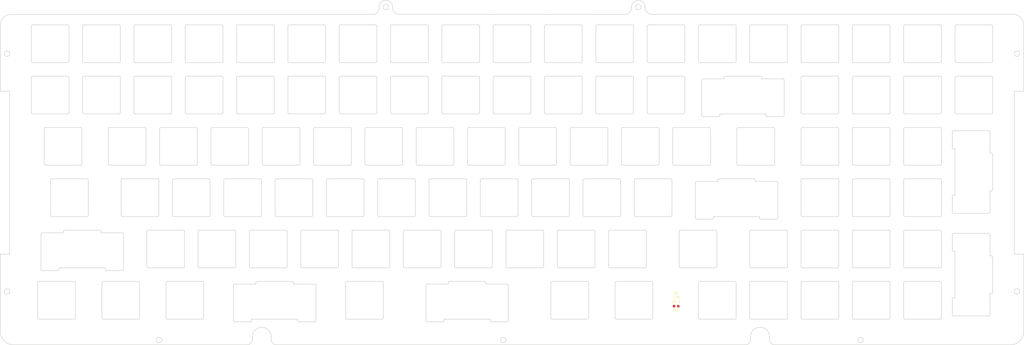
<source format=kicad_pcb>
(kicad_pcb (version 20171130) (host pcbnew "(5.1.6)-1")

  (general
    (thickness 1.6)
    (drawings 970)
    (tracks 0)
    (zones 0)
    (modules 1)
    (nets 3)
  )

  (page A3)
  (layers
    (0 F.Cu signal)
    (31 B.Cu signal)
    (32 B.Adhes user)
    (33 F.Adhes user)
    (34 B.Paste user)
    (35 F.Paste user)
    (36 B.SilkS user)
    (37 F.SilkS user)
    (38 B.Mask user)
    (39 F.Mask user)
    (40 Dwgs.User user)
    (41 Cmts.User user)
    (42 Eco1.User user)
    (43 Eco2.User user)
    (44 Edge.Cuts user)
    (45 Margin user)
    (46 B.CrtYd user)
    (47 F.CrtYd user)
  )

  (setup
    (last_trace_width 0.254)
    (trace_clearance 0.254)
    (zone_clearance 0.508)
    (zone_45_only no)
    (trace_min 0.254)
    (via_size 0.889)
    (via_drill 0.635)
    (via_min_size 0.889)
    (via_min_drill 0.508)
    (uvia_size 0.508)
    (uvia_drill 0.127)
    (uvias_allowed no)
    (uvia_min_size 0.508)
    (uvia_min_drill 0.127)
    (edge_width 0.2)
    (segment_width 0.2)
    (pcb_text_width 0.3)
    (pcb_text_size 1.5 1.5)
    (mod_edge_width 0.15)
    (mod_text_size 1 1)
    (mod_text_width 0.15)
    (pad_size 1.5 1.5)
    (pad_drill 0.6)
    (pad_to_mask_clearance 0)
    (aux_axis_origin 0 0)
    (visible_elements 7FFFFFFF)
    (pcbplotparams
      (layerselection 0x010f0_ffffffff)
      (usegerberextensions false)
      (usegerberattributes false)
      (usegerberadvancedattributes false)
      (creategerberjobfile false)
      (excludeedgelayer false)
      (linewidth 0.150000)
      (plotframeref false)
      (viasonmask false)
      (mode 1)
      (useauxorigin true)
      (hpglpennumber 1)
      (hpglpenspeed 20)
      (hpglpendiameter 15.000000)
      (psnegative false)
      (psa4output false)
      (plotreference true)
      (plotvalue true)
      (plotinvisibletext false)
      (padsonsilk true)
      (subtractmaskfromsilk false)
      (outputformat 1)
      (mirror false)
      (drillshape 0)
      (scaleselection 1)
      (outputdirectory "Gerber/"))
  )

  (net 0 "")
  (net 1 "Net-(R1-Pad2)")
  (net 2 "Net-(R1-Pad1)")

  (net_class Default "This is the default net class."
    (clearance 0.254)
    (trace_width 0.254)
    (via_dia 0.889)
    (via_drill 0.635)
    (uvia_dia 0.508)
    (uvia_drill 0.127)
    (diff_pair_width 0.254)
    (diff_pair_gap 0.25)
    (add_net "Net-(R1-Pad1)")
    (add_net "Net-(R1-Pad2)")
  )

  (module Resistor_SMD:R_0603_1608Metric (layer F.Cu) (tedit 5B301BBD) (tstamp 5F28B218)
    (at 273.05 171.5516 180)
    (descr "Resistor SMD 0603 (1608 Metric), square (rectangular) end terminal, IPC_7351 nominal, (Body size source: http://www.tortai-tech.com/upload/download/2011102023233369053.pdf), generated with kicad-footprint-generator")
    (tags resistor)
    (path /5F2861F8)
    (attr smd)
    (fp_text reference R1 (at 0 -1.43) (layer F.SilkS)
      (effects (font (size 1 1) (thickness 0.15)))
    )
    (fp_text value 10k (at 0 1.43) (layer F.Fab)
      (effects (font (size 1 1) (thickness 0.15)))
    )
    (fp_line (start -0.8 0.4) (end -0.8 -0.4) (layer F.Fab) (width 0.1))
    (fp_line (start -0.8 -0.4) (end 0.8 -0.4) (layer F.Fab) (width 0.1))
    (fp_line (start 0.8 -0.4) (end 0.8 0.4) (layer F.Fab) (width 0.1))
    (fp_line (start 0.8 0.4) (end -0.8 0.4) (layer F.Fab) (width 0.1))
    (fp_line (start -0.162779 -0.51) (end 0.162779 -0.51) (layer F.SilkS) (width 0.12))
    (fp_line (start -0.162779 0.51) (end 0.162779 0.51) (layer F.SilkS) (width 0.12))
    (fp_line (start -1.48 0.73) (end -1.48 -0.73) (layer F.CrtYd) (width 0.05))
    (fp_line (start -1.48 -0.73) (end 1.48 -0.73) (layer F.CrtYd) (width 0.05))
    (fp_line (start 1.48 -0.73) (end 1.48 0.73) (layer F.CrtYd) (width 0.05))
    (fp_line (start 1.48 0.73) (end -1.48 0.73) (layer F.CrtYd) (width 0.05))
    (fp_text user %R (at 0 0) (layer F.Fab)
      (effects (font (size 0.4 0.4) (thickness 0.06)))
    )
    (pad 2 smd roundrect (at 0.7875 0 180) (size 0.875 0.95) (layers F.Cu F.Paste F.Mask) (roundrect_rratio 0.25)
      (net 1 "Net-(R1-Pad2)"))
    (pad 1 smd roundrect (at -0.7875 0 180) (size 0.875 0.95) (layers F.Cu F.Paste F.Mask) (roundrect_rratio 0.25)
      (net 2 "Net-(R1-Pad1)"))
    (model ${KISYS3DMOD}/Resistor_SMD.3dshapes/R_0603_1608Metric.wrl
      (at (xyz 0 0 0))
      (scale (xyz 1 1 1))
      (rotate (xyz 0 0 0))
    )
  )

  (gr_circle (center 24.638 77.8002) (end 25.638 77.8002) (layer Edge.Cuts) (width 0.2))
  (gr_circle (center 24.6634 166.116) (end 25.6634 166.116) (layer Edge.Cuts) (width 0.2))
  (gr_circle (center 81.153 184.0992) (end 82.153 184.0992) (layer Edge.Cuts) (width 0.2))
  (gr_circle (center 208.8896 184.0992) (end 209.8896 184.0992) (layer Edge.Cuts) (width 0.2))
  (gr_circle (center 341.503 184.0992) (end 342.503 184.0992) (layer Edge.Cuts) (width 0.2))
  (gr_circle (center 399.5928 166.0906) (end 400.5928 166.0906) (layer Edge.Cuts) (width 0.2))
  (gr_circle (center 399.6182 77.8002) (end 400.6182 77.8002) (layer Edge.Cuts) (width 0.2))
  (gr_circle (center 258.995111 60.497821) (end 259.995111 60.497821) (layer Edge.Cuts) (width 0.2))
  (gr_circle (center 165.295129 60.497821) (end 166.295129 60.497821) (layer Edge.Cuts) (width 0.2))
  (gr_line (start 264 63.2) (end 398.1 63.2) (layer Edge.Cuts) (width 0.2) (tstamp 5F2FC5A1))
  (gr_line (start 261.499999 60.499999) (end 261.5 60.7) (layer Edge.Cuts) (width 0.2) (tstamp 5F2FC596))
  (gr_line (start 256.5 60.75) (end 256.490223 60.50001) (layer Edge.Cuts) (width 0.2) (tstamp 5F2FC594))
  (gr_line (start 170.3 63.2) (end 254 63.25) (layer Edge.Cuts) (width 0.2) (tstamp 5F2FC592))
  (gr_line (start 167.799999 60.499999) (end 167.8 60.7) (layer Edge.Cuts) (width 0.2) (tstamp 5F2FC58F))
  (gr_line (start 162.8 60.75) (end 162.790259 60.499847) (layer Edge.Cuts) (width 0.2) (tstamp 5F2FC58C))
  (gr_line (start 26.162 63.246) (end 160.3 63.25) (layer Edge.Cuts) (width 0.2) (tstamp 5F2FC588))
  (gr_arc (start 264 60.7) (end 261.5 60.7) (angle -90) (layer Edge.Cuts) (width 0.2))
  (gr_arc (start 254 60.75) (end 254 63.25) (angle -90) (layer Edge.Cuts) (width 0.2))
  (gr_arc (start 170.3 60.7) (end 167.8 60.7) (angle -90) (layer Edge.Cuts) (width 0.2))
  (gr_arc (start 160.3 60.75) (end 160.3 63.25) (angle -90) (layer Edge.Cuts) (width 0.2))
  (gr_text "ML\nJTM\nV1.1\n" (at 273.05 168.275) (layer F.SilkS)
    (effects (font (size 1 1) (thickness 0.15)))
  )
  (gr_arc (start 258.995111 60.497821) (end 261.499999 60.499999) (angle -180.0998784) (layer Edge.Cuts) (width 0.2))
  (gr_arc (start 165.295129 60.497821) (end 167.799999 60.499999) (angle -180.0961653) (layer Edge.Cuts) (width 0.2))
  (gr_line (start 402.09511 91.751363) (end 402.1 67.2) (layer Edge.Cuts) (width 0.2) (tstamp 5F29B3FF))
  (gr_arc (start 398.1 67.2) (end 402.1 67.2) (angle -90) (layer Edge.Cuts) (width 0.2))
  (gr_line (start 22.162 67.246) (end 22.145123 91.753523) (layer Edge.Cuts) (width 0.2) (tstamp 5F29AABE))
  (gr_arc (start 26.162 67.246) (end 26.162 63.246) (angle -90) (layer Edge.Cuts) (width 0.2))
  (gr_line (start 351.970123 119.222812) (end 338.970117 119.22276) (layer Edge.Cuts) (width 0.2) (tstamp 5F285C83))
  (gr_line (start 66.220123 81.122812) (end 53.220077 81.12283) (layer Edge.Cuts) (width 0.2) (tstamp 5F285C75))
  (gr_line (start 148.470077 81.12283) (end 161.470123 81.122812) (layer Edge.Cuts) (width 0.2) (tstamp 5F285C6D))
  (gr_line (start 167.520123 67.122812) (end 180.520142 67.122803) (layer Edge.Cuts) (width 0.2) (tstamp 5F285C64))
  (gr_line (start 47.670123 86.672812) (end 47.670117 99.672846) (layer Edge.Cuts) (width 0.2) (tstamp 5F285C5B))
  (gr_line (start 114.345123 105.722812) (end 114.345117 118.722822) (layer Edge.Cuts) (width 0.2) (tstamp 5F285C51))
  (gr_line (start 272.295129 119.222772) (end 285.295123 119.222812) (layer Edge.Cuts) (width 0.2) (tstamp 5F285B80))
  (gr_line (start 119.895104 119.222809) (end 132.895123 119.222812) (layer Edge.Cuts) (width 0.2) (tstamp 5F285B75))
  (gr_line (start 296.107629 119.222772) (end 309.107623 119.222812) (layer Edge.Cuts) (width 0.2) (tstamp 5F285B6C))
  (gr_line (start 338.970128 138.272809) (end 351.970123 138.272812) (layer Edge.Cuts) (width 0.2) (tstamp 5F285B65))
  (gr_line (start 358.020117 138.272858) (end 371.020123 138.272812) (layer Edge.Cuts) (width 0.2) (tstamp 5F285AA5))
  (gr_arc (start 371.020128 137.772838) (end 371.020123 138.272812) (angle -90) (layer Edge.Cuts) (width 0.2))
  (gr_arc (start 119.213892 182.8978) (end 122.713873 182.897812) (angle -180) (layer Edge.Cuts) (width 0.2))
  (gr_line (start 115.713869 182.89781) (end 115.713869 183.897812) (angle 90) (layer Edge.Cuts) (width 0.2))
  (gr_line (start 122.713876 182.89781) (end 122.713876 183.897812) (angle 90) (layer Edge.Cuts) (width 0.2))
  (gr_arc (start 113.713878 183.897816) (end 113.713873 185.897812) (angle -90) (layer Edge.Cuts) (width 0.2))
  (gr_arc (start 124.713875 183.897816) (end 122.713873 183.897812) (angle -90) (layer Edge.Cuts) (width 0.2))
  (gr_arc (start 298.670131 183.897832) (end 298.670123 185.897812) (angle -90) (layer Edge.Cuts) (width 0.2))
  (gr_line (start 300.670115 182.89781) (end 300.670115 183.897812) (angle 90) (layer Edge.Cuts) (width 0.2))
  (gr_arc (start 304.170129 182.8978) (end 307.670123 182.897812) (angle -180) (layer Edge.Cuts) (width 0.2))
  (gr_arc (start 309.670128 183.897832) (end 307.670123 183.897812) (angle -90) (layer Edge.Cuts) (width 0.2))
  (gr_line (start 307.670114 182.89781) (end 307.670114 183.897812) (angle 90) (layer Edge.Cuts) (width 0.2))
  (gr_arc (start 397.095106 180.897803) (end 397.095123 185.897812) (angle -90) (layer Edge.Cuts) (width 0.2))
  (gr_arc (start 27.145128 180.897803) (end 22.145123 180.897812) (angle -90) (layer Edge.Cuts) (width 0.2))
  (gr_line (start 124.713871 185.897818) (end 298.670123 185.897812) (layer Edge.Cuts) (width 0.2) (tstamp 5F27B7EF))
  (gr_line (start 397.095123 185.897812) (end 309.670108 185.897837) (layer Edge.Cuts) (width 0.2) (tstamp 5F27A3B8))
  (gr_line (start 27.145137 185.897808) (end 113.713873 185.897812) (layer Edge.Cuts) (width 0.2) (tstamp 5F27B81A))
  (gr_arc (start 351.97011 137.772808) (end 351.970123 138.272812) (angle -90) (layer Edge.Cuts) (width 0.2))
  (gr_arc (start 285.295153 118.722789) (end 285.295123 119.222812) (angle -90.1) (layer Edge.Cuts) (width 0.2))
  (gr_arc (start 163.851381 162.872813) (end 164.351373 162.872812) (angle -90) (layer Edge.Cuts) (width 0.2))
  (gr_line (start 108.700876 163.872812) (end 108.700876 176.872809) (angle 90) (layer Edge.Cuts) (width 0.2))
  (gr_line (start 150.351373 162.87281) (end 150.351373 175.872814) (angle 90) (layer Edge.Cuts) (width 0.2))
  (gr_arc (start 150.851365 162.872813) (end 150.851373 162.372812) (angle -90) (layer Edge.Cuts) (width 0.2))
  (gr_arc (start 114.950884 176.872814) (end 114.950873 177.372812) (angle -90) (layer Edge.Cuts) (width 0.2))
  (gr_arc (start 133.07686 176.872799) (end 132.576873 176.872812) (angle -90) (layer Edge.Cuts) (width 0.2))
  (gr_line (start 139.326875 176.872809) (end 139.326875 163.872812) (angle 90) (layer Edge.Cuts) (width 0.2))
  (gr_line (start 117.51387 176.372815) (end 130.513874 176.372815) (angle 90) (layer Edge.Cuts) (width 0.2))
  (gr_line (start 109.20087 177.37281) (end 114.95087 177.37281) (angle 90) (layer Edge.Cuts) (width 0.2))
  (gr_arc (start 138.826876 163.872813) (end 139.326873 163.872812) (angle -90) (layer Edge.Cuts) (width 0.2))
  (gr_line (start 164.351371 175.872814) (end 164.351371 162.87281) (angle 90) (layer Edge.Cuts) (width 0.2))
  (gr_arc (start 109.200868 176.872814) (end 108.700873 176.872812) (angle -90) (layer Edge.Cuts) (width 0.2))
  (gr_line (start 114.95087 163.372811) (end 109.20087 163.372811) (angle 90) (layer Edge.Cuts) (width 0.2))
  (gr_arc (start 109.200868 163.872798) (end 109.200873 163.372812) (angle -90) (layer Edge.Cuts) (width 0.2))
  (gr_line (start 133.076874 177.37281) (end 138.826874 177.37281) (angle 90) (layer Edge.Cuts) (width 0.2))
  (gr_line (start 163.851378 162.372809) (end 150.851374 162.372809) (angle 90) (layer Edge.Cuts) (width 0.2))
  (gr_line (start 138.826874 163.372811) (end 133.076874 163.372811) (angle 90) (layer Edge.Cuts) (width 0.2))
  (gr_arc (start 138.826876 176.872799) (end 138.826873 177.372812) (angle -90) (layer Edge.Cuts) (width 0.2))
  (gr_arc (start 163.851381 175.872799) (end 163.851373 176.372812) (angle -90) (layer Edge.Cuts) (width 0.2))
  (gr_arc (start 130.513887 162.872813) (end 131.013873 162.872812) (angle -90) (layer Edge.Cuts) (width 0.2))
  (gr_line (start 130.513874 162.372809) (end 117.51387 162.372809) (angle 90) (layer Edge.Cuts) (width 0.2))
  (gr_arc (start 117.513871 162.872813) (end 117.513873 162.372812) (angle -90) (layer Edge.Cuts) (width 0.2))
  (gr_arc (start 84.176362 175.872814) (end 83.676373 175.872812) (angle -90) (layer Edge.Cuts) (width 0.2))
  (gr_line (start 59.076374 143.322814) (end 46.076373 143.322814) (angle 90) (layer Edge.Cuts) (width 0.2))
  (gr_arc (start 46.076364 143.82281) (end 46.076373 143.322812) (angle -90) (layer Edge.Cuts) (width 0.2))
  (gr_line (start 77.032623 157.322813) (end 90.032623 157.322813) (angle 90) (layer Edge.Cuts) (width 0.2))
  (gr_line (start 61.639373 158.322815) (end 67.389374 158.322815) (angle 90) (layer Edge.Cuts) (width 0.2))
  (gr_arc (start 96.082612 143.82281) (end 96.082623 143.322812) (angle -90) (layer Edge.Cuts) (width 0.2))
  (gr_arc (start 61.639367 157.822826) (end 61.139373 157.822812) (angle -90) (layer Edge.Cuts) (width 0.2))
  (gr_arc (start 67.389383 144.82281) (end 67.889373 144.822812) (angle -90) (layer Edge.Cuts) (width 0.2))
  (gr_arc (start 358.020143 124.772792) (end 358.020123 124.272812) (angle -90) (layer Edge.Cuts) (width 0.2))
  (gr_arc (start 37.763368 144.82281) (end 37.763373 144.322812) (angle -90) (layer Edge.Cuts) (width 0.2))
  (gr_arc (start 59.07638 143.82281) (end 59.576373 143.822812) (angle -90) (layer Edge.Cuts) (width 0.2))
  (gr_line (start 37.763373 158.322815) (end 43.513373 158.322815) (angle 90) (layer Edge.Cuts) (width 0.2))
  (gr_line (start 95.582624 143.822815) (end 95.582624 156.822812) (angle 90) (layer Edge.Cuts) (width 0.2))
  (gr_line (start 371.520129 137.77281) (end 371.520129 124.772813) (angle 90) (layer Edge.Cuts) (width 0.2))
  (gr_line (start 351.970134 124.272812) (end 338.970122 124.272812) (angle 90) (layer Edge.Cuts) (width 0.2))
  (gr_line (start 90.532624 156.822812) (end 90.532624 143.822815) (angle 90) (layer Edge.Cuts) (width 0.2))
  (gr_line (start 338.470129 124.772813) (end 338.470129 137.77281) (angle 90) (layer Edge.Cuts) (width 0.2))
  (gr_arc (start 77.032617 143.82281) (end 77.032623 143.322812) (angle -90) (layer Edge.Cuts) (width 0.2))
  (gr_arc (start 67.389383 157.822826) (end 67.389373 158.322812) (angle -90) (layer Edge.Cuts) (width 0.2))
  (gr_line (start 37.263373 144.82281) (end 37.263373 157.822814) (angle 90) (layer Edge.Cuts) (width 0.2))
  (gr_line (start 43.513373 144.322809) (end 37.763373 144.322809) (angle 90) (layer Edge.Cuts) (width 0.2))
  (gr_line (start 76.532622 143.822815) (end 76.532622 156.822812) (angle 90) (layer Edge.Cuts) (width 0.2))
  (gr_arc (start 358.020143 137.772838) (end 357.520123 137.772812) (angle -90) (layer Edge.Cuts) (width 0.2))
  (gr_arc (start 90.032633 143.82281) (end 90.532623 143.822812) (angle -90) (layer Edge.Cuts) (width 0.2))
  (gr_arc (start 371.020128 124.772792) (end 371.520123 124.772812) (angle -90) (layer Edge.Cuts) (width 0.2))
  (gr_arc (start 338.970124 137.772808) (end 338.470123 137.772812) (angle -90) (layer Edge.Cuts) (width 0.2))
  (gr_line (start 67.389374 144.322809) (end 61.639373 144.322809) (angle 90) (layer Edge.Cuts) (width 0.2))
  (gr_arc (start 319.920137 137.772808) (end 319.420123 137.772812) (angle -90) (layer Edge.Cuts) (width 0.2))
  (gr_arc (start 90.032633 156.822826) (end 90.032623 157.322812) (angle -90) (layer Edge.Cuts) (width 0.2))
  (gr_line (start 67.889375 157.822814) (end 67.889375 144.82281) (angle 90) (layer Edge.Cuts) (width 0.2))
  (gr_arc (start 37.763368 157.822826) (end 37.263373 157.822812) (angle -90) (layer Edge.Cuts) (width 0.2))
  (gr_line (start 352.470127 137.77281) (end 352.470127 124.772813) (angle 90) (layer Edge.Cuts) (width 0.2))
  (gr_line (start 357.520131 124.772813) (end 357.520131 137.77281) (angle 90) (layer Edge.Cuts) (width 0.2))
  (gr_arc (start 77.032617 156.822826) (end 76.532623 156.822812) (angle -90) (layer Edge.Cuts) (width 0.2))
  (gr_arc (start 338.970124 124.772822) (end 338.970123 124.272812) (angle -90) (layer Edge.Cuts) (width 0.2))
  (gr_arc (start 351.97011 124.772822) (end 352.470123 124.772812) (angle -90) (layer Edge.Cuts) (width 0.2))
  (gr_line (start 319.92012 138.272811) (end 332.920132 138.272811) (angle 90) (layer Edge.Cuts) (width 0.2))
  (gr_line (start 371.020136 124.272812) (end 358.020124 124.272812) (angle 90) (layer Edge.Cuts) (width 0.2))
  (gr_arc (start 332.920122 137.772808) (end 332.920123 138.272812) (angle -90) (layer Edge.Cuts) (width 0.2))
  (gr_line (start 109.082622 143.322814) (end 96.082625 143.322814) (angle 90) (layer Edge.Cuts) (width 0.2))
  (gr_line (start 90.032623 143.322814) (end 77.032623 143.322814) (angle 90) (layer Edge.Cuts) (width 0.2))
  (gr_arc (start 43.513384 157.822826) (end 43.513373 158.322812) (angle -90) (layer Edge.Cuts) (width 0.2))
  (gr_line (start 46.076373 157.322813) (end 59.076374 157.322813) (angle 90) (layer Edge.Cuts) (width 0.2))
  (gr_arc (start 253.245088 105.722773) (end 253.245123 105.222812) (angle -90) (layer Edge.Cuts) (width 0.2))
  (gr_arc (start 266.245134 105.722773) (end 266.745123 105.722812) (angle -90) (layer Edge.Cuts) (width 0.2))
  (gr_arc (start 247.195147 118.72282) (end 247.195123 119.222812) (angle -90) (layer Edge.Cuts) (width 0.2))
  (gr_arc (start 234.1951 105.722773) (end 234.195123 105.222812) (angle -90) (layer Edge.Cuts) (width 0.2))
  (gr_arc (start 228.145159 118.72282) (end 228.145123 119.222812) (angle -90) (layer Edge.Cuts) (width 0.2))
  (gr_arc (start 209.095125 105.722773) (end 209.595123 105.722812) (angle -90) (layer Edge.Cuts) (width 0.2))
  (gr_line (start 190.545124 118.722811) (end 190.545124 105.722811) (angle 90) (layer Edge.Cuts) (width 0.2))
  (gr_arc (start 253.245088 118.72282) (end 252.745123 118.722812) (angle -90) (layer Edge.Cuts) (width 0.2))
  (gr_line (start 247.695116 118.722811) (end 247.695116 105.722811) (angle 90) (layer Edge.Cuts) (width 0.2))
  (gr_arc (start 296.107606 105.722804) (end 296.107623 105.222812) (angle -90) (layer Edge.Cuts) (width 0.2))
  (gr_line (start 266.245124 105.22281) (end 253.245128 105.22281) (angle 90) (layer Edge.Cuts) (width 0.2))
  (gr_arc (start 247.195147 105.722773) (end 247.695123 105.722812) (angle -90) (layer Edge.Cuts) (width 0.2))
  (gr_line (start 247.195122 105.22281) (end 234.195126 105.22281) (angle 90) (layer Edge.Cuts) (width 0.2))
  (gr_arc (start 309.107653 105.722804) (end 309.607623 105.722812) (angle -90) (layer Edge.Cuts) (width 0.2))
  (gr_line (start 215.145123 119.222812) (end 228.14512 119.222812) (angle 90) (layer Edge.Cuts) (width 0.2))
  (gr_line (start 295.607624 105.722811) (end 295.607624 118.722811) (angle 90) (layer Edge.Cuts) (width 0.2))
  (gr_arc (start 309.107653 118.722789) (end 309.107623 119.222812) (angle -90.1) (layer Edge.Cuts) (width 0.2))
  (gr_line (start 252.745119 105.722811) (end 252.745119 118.722811) (angle 90) (layer Edge.Cuts) (width 0.2))
  (gr_arc (start 228.145159 105.722773) (end 228.645123 105.722812) (angle -90) (layer Edge.Cuts) (width 0.2))
  (gr_line (start 209.595126 118.722811) (end 209.595126 105.722811) (angle 90) (layer Edge.Cuts) (width 0.2))
  (gr_arc (start 272.295106 118.722789) (end 271.795123 118.722812) (angle -90) (layer Edge.Cuts) (width 0.2))
  (gr_arc (start 285.295153 105.722804) (end 285.795123 105.722812) (angle -90) (layer Edge.Cuts) (width 0.2))
  (gr_arc (start 234.1951 118.72282) (end 233.695123 118.722812) (angle -90) (layer Edge.Cuts) (width 0.2))
  (gr_arc (start 215.145112 118.72282) (end 214.645123 118.722812) (angle -90) (layer Edge.Cuts) (width 0.2))
  (gr_line (start 196.095121 119.222812) (end 209.095118 119.222812) (angle 90) (layer Edge.Cuts) (width 0.2))
  (gr_arc (start 272.295106 105.722804) (end 272.295123 105.222812) (angle -90) (layer Edge.Cuts) (width 0.2))
  (gr_line (start 214.64513 105.722811) (end 214.64513 118.722811) (angle 90) (layer Edge.Cuts) (width 0.2))
  (gr_line (start 209.095118 105.22281) (end 196.095121 105.22281) (angle 90) (layer Edge.Cuts) (width 0.2))
  (gr_line (start 233.695117 105.722811) (end 233.695117 118.722811) (angle 90) (layer Edge.Cuts) (width 0.2))
  (gr_line (start 285.295126 105.22281) (end 272.29513 105.22281) (angle 90) (layer Edge.Cuts) (width 0.2))
  (gr_arc (start 177.045121 118.72282) (end 176.545123 118.722812) (angle -90) (layer Edge.Cuts) (width 0.2))
  (gr_arc (start 209.095125 118.72282) (end 209.095123 119.222812) (angle -90) (layer Edge.Cuts) (width 0.2))
  (gr_line (start 309.607622 118.722811) (end 309.607622 105.722811) (angle 90) (layer Edge.Cuts) (width 0.2))
  (gr_line (start 266.745118 118.722811) (end 266.745118 105.722811) (angle 90) (layer Edge.Cuts) (width 0.2))
  (gr_arc (start 215.145112 105.722773) (end 215.145123 105.222812) (angle -90) (layer Edge.Cuts) (width 0.2))
  (gr_line (start 271.795121 105.722811) (end 271.795121 118.722811) (angle 90) (layer Edge.Cuts) (width 0.2))
  (gr_arc (start 196.095109 118.72282) (end 195.595123 118.722812) (angle -90) (layer Edge.Cuts) (width 0.2))
  (gr_line (start 228.645128 118.722811) (end 228.645128 105.722811) (angle 90) (layer Edge.Cuts) (width 0.2))
  (gr_arc (start 196.095109 105.722773) (end 196.095123 105.222812) (angle -90) (layer Edge.Cuts) (width 0.2))
  (gr_line (start 195.595128 105.722811) (end 195.595128 118.722811) (angle 90) (layer Edge.Cuts) (width 0.2))
  (gr_line (start 177.045119 119.222812) (end 190.045116 119.222812) (angle 90) (layer Edge.Cuts) (width 0.2))
  (gr_arc (start 190.045137 118.72282) (end 190.045123 119.222812) (angle -90) (layer Edge.Cuts) (width 0.2))
  (gr_arc (start 190.045137 105.722773) (end 190.545123 105.722812) (angle -90) (layer Edge.Cuts) (width 0.2))
  (gr_line (start 190.045116 105.22281) (end 177.045119 105.22281) (angle 90) (layer Edge.Cuts) (width 0.2))
  (gr_arc (start 177.045121 105.722773) (end 177.045123 105.222812) (angle -90) (layer Edge.Cuts) (width 0.2))
  (gr_line (start 176.545126 105.722811) (end 176.545126 118.722811) (angle 90) (layer Edge.Cuts) (width 0.2))
  (gr_arc (start 157.995118 118.72282) (end 157.495123 118.722812) (angle -90) (layer Edge.Cuts) (width 0.2))
  (gr_arc (start 296.107606 118.722789) (end 295.607623 118.722812) (angle -90) (layer Edge.Cuts) (width 0.2))
  (gr_line (start 285.79512 118.722811) (end 285.79512 105.722811) (angle 90) (layer Edge.Cuts) (width 0.2))
  (gr_line (start 157.995117 119.222812) (end 170.995129 119.222812) (angle 90) (layer Edge.Cuts) (width 0.2))
  (gr_arc (start 266.245134 118.72282) (end 266.245123 119.222812) (angle -90) (layer Edge.Cuts) (width 0.2))
  (gr_arc (start 170.995134 118.72282) (end 170.995123 119.222812) (angle -90) (layer Edge.Cuts) (width 0.2))
  (gr_line (start 228.14512 105.22281) (end 215.145123 105.22281) (angle 90) (layer Edge.Cuts) (width 0.2))
  (gr_line (start 309.107629 105.22281) (end 296.107617 105.22281) (angle 90) (layer Edge.Cuts) (width 0.2))
  (gr_line (start 234.195126 119.222812) (end 247.195122 119.222812) (angle 90) (layer Edge.Cuts) (width 0.2))
  (gr_line (start 253.245128 119.222812) (end 266.245124 119.222812) (angle 90) (layer Edge.Cuts) (width 0.2))
  (gr_arc (start 38.932611 118.72282) (end 38.432623 118.722812) (angle -90) (layer Edge.Cuts) (width 0.2))
  (gr_line (start 38.932623 119.222812) (end 51.932623 119.222812) (angle 90) (layer Edge.Cuts) (width 0.2))
  (gr_arc (start 51.932642 118.72282) (end 51.932623 119.222812) (angle -90) (layer Edge.Cuts) (width 0.2))
  (gr_line (start 138.445122 105.722811) (end 138.445122 118.722811) (angle 90) (layer Edge.Cuts) (width 0.2))
  (gr_arc (start 113.845125 105.722773) (end 114.345123 105.722812) (angle -90) (layer Edge.Cuts) (width 0.2))
  (gr_line (start 113.845122 105.22281) (end 100.845126 105.22281) (angle 90) (layer Edge.Cuts) (width 0.2))
  (gr_line (start 81.795124 119.222812) (end 94.79512 119.222812) (angle 90) (layer Edge.Cuts) (width 0.2))
  (gr_arc (start 151.945131 118.72282) (end 151.945123 119.222812) (angle -90) (layer Edge.Cuts) (width 0.2))
  (gr_arc (start 170.995134 105.722773) (end 171.495123 105.722812) (angle -90) (layer Edge.Cuts) (width 0.2))
  (gr_arc (start 157.995118 105.722773) (end 157.995123 105.222812) (angle -90) (layer Edge.Cuts) (width 0.2))
  (gr_line (start 151.945127 105.22281) (end 138.945123 105.22281) (angle 90) (layer Edge.Cuts) (width 0.2))
  (gr_line (start 152.44512 118.722811) (end 152.44512 105.722811) (angle 90) (layer Edge.Cuts) (width 0.2))
  (gr_arc (start 113.845125 118.72282) (end 113.845123 119.222812) (angle -90) (layer Edge.Cuts) (width 0.2))
  (gr_arc (start 151.945131 105.722773) (end 152.445123 105.722812) (angle -90) (layer Edge.Cuts) (width 0.2))
  (gr_arc (start 100.845109 105.722773) (end 100.845123 105.222812) (angle -90) (layer Edge.Cuts) (width 0.2))
  (gr_line (start 100.345125 105.722811) (end 100.345125 118.722811) (angle 90) (layer Edge.Cuts) (width 0.2))
  (gr_arc (start 94.795137 105.722773) (end 95.295123 105.722812) (angle -90) (layer Edge.Cuts) (width 0.2))
  (gr_line (start 62.745122 119.222812) (end 75.745122 119.222812) (angle 90) (layer Edge.Cuts) (width 0.2))
  (gr_arc (start 75.745142 105.722773) (end 76.245123 105.722812) (angle -90) (layer Edge.Cuts) (width 0.2))
  (gr_arc (start 132.895128 118.72282) (end 132.895123 119.222812) (angle -90) (layer Edge.Cuts) (width 0.2))
  (gr_line (start 75.745122 105.22281) (end 62.745122 105.22281) (angle 90) (layer Edge.Cuts) (width 0.2))
  (gr_line (start 138.945123 119.222812) (end 151.945127 119.222812) (angle 90) (layer Edge.Cuts) (width 0.2))
  (gr_line (start 170.995129 105.22281) (end 157.995117 105.22281) (angle 90) (layer Edge.Cuts) (width 0.2))
  (gr_line (start 132.895124 105.22281) (end 119.89512 105.22281) (angle 90) (layer Edge.Cuts) (width 0.2))
  (gr_arc (start 94.795137 118.72282) (end 94.795123 119.222812) (angle -90) (layer Edge.Cuts) (width 0.2))
  (gr_line (start 62.245122 105.722811) (end 62.245122 118.722811) (angle 90) (layer Edge.Cuts) (width 0.2))
  (gr_arc (start 62.745111 105.722773) (end 62.745123 105.222812) (angle -90) (layer Edge.Cuts) (width 0.2))
  (gr_line (start 171.495122 118.722811) (end 171.495122 105.722811) (angle 90) (layer Edge.Cuts) (width 0.2))
  (gr_line (start 157.495124 105.722811) (end 157.495124 118.722811) (angle 90) (layer Edge.Cuts) (width 0.2))
  (gr_line (start 95.295121 118.722811) (end 95.295121 105.722811) (angle 90) (layer Edge.Cuts) (width 0.2))
  (gr_arc (start 132.895128 105.722773) (end 133.395123 105.722812) (angle -90) (layer Edge.Cuts) (width 0.2))
  (gr_arc (start 75.745142 118.72282) (end 75.745123 119.222812) (angle -90) (layer Edge.Cuts) (width 0.2))
  (gr_line (start 81.295123 105.722811) (end 81.295123 118.722811) (angle 90) (layer Edge.Cuts) (width 0.2))
  (gr_arc (start 138.945115 118.72282) (end 138.445123 118.722812) (angle -90) (layer Edge.Cuts) (width 0.2))
  (gr_arc (start 100.845109 118.72282) (end 100.345123 118.722812) (angle -90) (layer Edge.Cuts) (width 0.2))
  (gr_arc (start 119.895112 118.72282) (end 119.395123 118.722812) (angle -90) (layer Edge.Cuts) (width 0.2))
  (gr_arc (start 81.795106 118.72282) (end 81.295123 118.722812) (angle -90) (layer Edge.Cuts) (width 0.2))
  (gr_line (start 94.79512 105.22281) (end 81.795124 105.22281) (angle 90) (layer Edge.Cuts) (width 0.2))
  (gr_arc (start 62.745111 118.72282) (end 62.245123 118.722812) (angle -90) (layer Edge.Cuts) (width 0.2))
  (gr_line (start 76.245123 118.722811) (end 76.245123 105.722811) (angle 90) (layer Edge.Cuts) (width 0.2))
  (gr_line (start 133.395125 118.722811) (end 133.395125 105.722811) (angle 90) (layer Edge.Cuts) (width 0.2))
  (gr_line (start 119.395119 105.722811) (end 119.395119 118.722811) (angle 90) (layer Edge.Cuts) (width 0.2))
  (gr_arc (start 119.895112 105.722773) (end 119.895123 105.222812) (angle -90) (layer Edge.Cuts) (width 0.2))
  (gr_line (start 100.845126 119.222812) (end 113.845122 119.222812) (angle 90) (layer Edge.Cuts) (width 0.2))
  (gr_arc (start 138.945115 105.722773) (end 138.945123 105.222812) (angle -90) (layer Edge.Cuts) (width 0.2))
  (gr_arc (start 81.795106 105.722773) (end 81.795123 105.222812) (angle -90) (layer Edge.Cuts) (width 0.2))
  (gr_line (start 282.532123 87.672811) (end 282.532123 100.672811) (angle 90) (layer Edge.Cuts) (width 0.2))
  (gr_arc (start 338.970094 99.672802) (end 338.470123 99.672812) (angle -90) (layer Edge.Cuts) (width 0.2))
  (gr_line (start 38.432623 105.722811) (end 38.432623 118.722811) (angle 90) (layer Edge.Cuts) (width 0.2))
  (gr_arc (start 38.932611 105.722773) (end 38.932623 105.222812) (angle -90) (layer Edge.Cuts) (width 0.2))
  (gr_line (start 288.782117 87.172812) (end 283.032117 87.172812) (angle 90) (layer Edge.Cuts) (width 0.2))
  (gr_line (start 313.158122 100.672811) (end 313.158122 87.672811) (angle 90) (layer Edge.Cuts) (width 0.2))
  (gr_arc (start 304.34514 86.672816) (end 304.845123 86.672812) (angle -90) (layer Edge.Cuts) (width 0.2))
  (gr_line (start 262.770129 100.17281) (end 275.770125 100.17281) (angle 90) (layer Edge.Cuts) (width 0.2))
  (gr_arc (start 377.0701 99.672832) (end 376.570123 99.672812) (angle -90) (layer Edge.Cuts) (width 0.2))
  (gr_line (start 319.420127 86.672811) (end 319.420127 99.672813) (angle 90) (layer Edge.Cuts) (width 0.2))
  (gr_line (start 351.970134 86.172812) (end 338.970122 86.172812) (angle 90) (layer Edge.Cuts) (width 0.2))
  (gr_arc (start 377.0701 86.672786) (end 377.070123 86.172812) (angle -90) (layer Edge.Cuts) (width 0.2))
  (gr_line (start 371.020136 86.172812) (end 358.020124 86.172812) (angle 90) (layer Edge.Cuts) (width 0.2))
  (gr_arc (start 358.020112 86.672786) (end 358.020123 86.172812) (angle -90) (layer Edge.Cuts) (width 0.2))
  (gr_arc (start 283.032106 87.672816) (end 283.032123 87.172812) (angle -90) (layer Edge.Cuts) (width 0.2))
  (gr_arc (start 312.658159 87.672786) (end 313.158123 87.672812) (angle -90) (layer Edge.Cuts) (width 0.2))
  (gr_line (start 352.470127 99.672813) (end 352.470127 86.672811) (angle 90) (layer Edge.Cuts) (width 0.2))
  (gr_line (start 390.070138 86.172812) (end 377.070126 86.172812) (angle 90) (layer Edge.Cuts) (width 0.2))
  (gr_arc (start 338.970094 86.672816) (end 338.970123 86.172812) (angle -90) (layer Edge.Cuts) (width 0.2))
  (gr_line (start 338.970122 100.17281) (end 351.970134 100.17281) (angle 90) (layer Edge.Cuts) (width 0.2))
  (gr_arc (start 319.920106 99.672802) (end 319.420123 99.672812) (angle -90) (layer Edge.Cuts) (width 0.2))
  (gr_arc (start 390.070147 86.672786) (end 390.570123 86.672812) (angle -90) (layer Edge.Cuts) (width 0.2))
  (gr_line (start 377.070126 100.17281) (end 390.070138 100.17281) (angle 90) (layer Edge.Cuts) (width 0.2))
  (gr_arc (start 390.070147 99.672832) (end 390.070123 100.172812) (angle -90) (layer Edge.Cuts) (width 0.2))
  (gr_arc (start 371.020159 99.672832) (end 371.020123 100.172812) (angle -90) (layer Edge.Cuts) (width 0.2))
  (gr_line (start 319.92012 100.17281) (end 332.920132 100.17281) (angle 90) (layer Edge.Cuts) (width 0.2))
  (gr_line (start 338.470129 86.672811) (end 338.470129 99.672813) (angle 90) (layer Edge.Cuts) (width 0.2))
  (gr_line (start 333.420125 99.672813) (end 333.420125 86.672811) (angle 90) (layer Edge.Cuts) (width 0.2))
  (gr_arc (start 306.908113 100.672832) (end 306.408123 100.672812) (angle -90) (layer Edge.Cuts) (width 0.2))
  (gr_line (start 306.908128 101.172812) (end 312.658129 101.172812) (angle 90) (layer Edge.Cuts) (width 0.2))
  (gr_line (start 312.658129 87.172812) (end 306.908128 87.172812) (angle 90) (layer Edge.Cuts) (width 0.2))
  (gr_line (start 332.920132 86.172812) (end 319.92012 86.172812) (angle 90) (layer Edge.Cuts) (width 0.2))
  (gr_line (start 291.345117 100.17281) (end 304.345128 100.17281) (angle 90) (layer Edge.Cuts) (width 0.2))
  (gr_arc (start 291.345094 86.672816) (end 291.345123 86.172812) (angle -90) (layer Edge.Cuts) (width 0.2))
  (gr_arc (start 358.020112 99.672832) (end 357.520123 99.672812) (angle -90) (layer Edge.Cuts) (width 0.2))
  (gr_line (start 376.570133 86.672811) (end 376.570133 99.672813) (angle 90) (layer Edge.Cuts) (width 0.2))
  (gr_line (start 51.932623 105.22281) (end 38.932623 105.22281) (angle 90) (layer Edge.Cuts) (width 0.2))
  (gr_line (start 52.432624 118.722811) (end 52.432624 105.722811) (angle 90) (layer Edge.Cuts) (width 0.2))
  (gr_arc (start 51.932642 105.722773) (end 52.432623 105.722812) (angle -90) (layer Edge.Cuts) (width 0.2))
  (gr_line (start 371.520129 99.672813) (end 371.520129 86.672811) (angle 90) (layer Edge.Cuts) (width 0.2))
  (gr_line (start 390.570131 99.672813) (end 390.570131 86.672811) (angle 90) (layer Edge.Cuts) (width 0.2))
  (gr_line (start 358.020124 100.17281) (end 371.020136 100.17281) (angle 90) (layer Edge.Cuts) (width 0.2))
  (gr_arc (start 371.020159 86.672786) (end 371.520123 86.672812) (angle -90) (layer Edge.Cuts) (width 0.2))
  (gr_arc (start 351.97014 99.672802) (end 351.970123 100.172812) (angle -90) (layer Edge.Cuts) (width 0.2))
  (gr_arc (start 332.920153 86.672816) (end 333.420123 86.672812) (angle -90) (layer Edge.Cuts) (width 0.2))
  (gr_arc (start 319.920106 86.672816) (end 319.920123 86.172812) (angle -90) (layer Edge.Cuts) (width 0.2))
  (gr_arc (start 288.782152 100.672802) (end 288.782123 101.172812) (angle -90) (layer Edge.Cuts) (width 0.2))
  (gr_line (start 304.345128 86.172812) (end 291.345117 86.172812) (angle 90) (layer Edge.Cuts) (width 0.2))
  (gr_arc (start 262.770112 99.672832) (end 262.270123 99.672812) (angle -90) (layer Edge.Cuts) (width 0.2))
  (gr_arc (start 275.770159 99.672832) (end 275.770123 100.172812) (angle -90) (layer Edge.Cuts) (width 0.2))
  (gr_line (start 276.270119 99.672813) (end 276.270119 86.672811) (angle 90) (layer Edge.Cuts) (width 0.2))
  (gr_arc (start 275.770159 86.672786) (end 276.270123 86.672812) (angle -90) (layer Edge.Cuts) (width 0.2))
  (gr_line (start 275.770125 86.172812) (end 262.770129 86.172812) (angle 90) (layer Edge.Cuts) (width 0.2))
  (gr_arc (start 262.770112 86.672786) (end 262.770123 86.172812) (angle -90) (layer Edge.Cuts) (width 0.2))
  (gr_line (start 262.27012 86.672811) (end 262.27012 99.672813) (angle 90) (layer Edge.Cuts) (width 0.2))
  (gr_line (start 357.520131 86.672811) (end 357.520131 99.672813) (angle 90) (layer Edge.Cuts) (width 0.2))
  (gr_arc (start 332.920153 99.672802) (end 332.920123 100.172812) (angle -90) (layer Edge.Cuts) (width 0.2))
  (gr_line (start 243.720127 100.17281) (end 256.720123 100.17281) (angle 90) (layer Edge.Cuts) (width 0.2))
  (gr_line (start 283.032117 101.172812) (end 288.782117 101.172812) (angle 90) (layer Edge.Cuts) (width 0.2))
  (gr_arc (start 243.720094 99.672802) (end 243.220123 99.672812) (angle -90) (layer Edge.Cuts) (width 0.2))
  (gr_arc (start 256.72014 99.672802) (end 256.720123 100.172812) (angle -90) (layer Edge.Cuts) (width 0.2))
  (gr_arc (start 351.97014 86.672816) (end 352.470123 86.672812) (angle -90) (layer Edge.Cuts) (width 0.2))
  (gr_arc (start 312.658159 100.672832) (end 312.658123 101.172812) (angle -90) (layer Edge.Cuts) (width 0.2))
  (gr_arc (start 283.032106 100.672802) (end 282.532123 100.672812) (angle -90) (layer Edge.Cuts) (width 0.2))
  (gr_line (start 205.620122 100.17281) (end 218.620119 100.17281) (angle 90) (layer Edge.Cuts) (width 0.2))
  (gr_line (start 257.220117 99.672813) (end 257.220117 86.672811) (angle 90) (layer Edge.Cuts) (width 0.2))
  (gr_line (start 186.070127 86.672811) (end 186.070127 99.672813) (angle 90) (layer Edge.Cuts) (width 0.2))
  (gr_arc (start 180.520128 99.672832) (end 180.520123 100.172812) (angle -90) (layer Edge.Cuts) (width 0.2))
  (gr_line (start 199.570117 86.172812) (end 186.57012 86.172812) (angle 90) (layer Edge.Cuts) (width 0.2))
  (gr_arc (start 237.670153 99.672802) (end 237.670123 100.172812) (angle -90) (layer Edge.Cuts) (width 0.2))
  (gr_arc (start 148.470109 86.672786) (end 148.470123 86.172812) (angle -90) (layer Edge.Cuts) (width 0.2))
  (gr_arc (start 205.620118 86.672786) (end 205.620123 86.172812) (angle -90) (layer Edge.Cuts) (width 0.2))
  (gr_arc (start 167.520112 86.672786) (end 167.520123 86.172812) (angle -90) (layer Edge.Cuts) (width 0.2))
  (gr_line (start 243.220118 86.672811) (end 243.220118 99.672813) (angle 90) (layer Edge.Cuts) (width 0.2))
  (gr_arc (start 218.620134 86.672816) (end 219.120123 86.672812) (angle -90) (layer Edge.Cuts) (width 0.2))
  (gr_line (start 205.120129 86.672811) (end 205.120129 99.672813) (angle 90) (layer Edge.Cuts) (width 0.2))
  (gr_arc (start 142.420137 99.672832) (end 142.420123 100.172812) (angle -90) (layer Edge.Cuts) (width 0.2))
  (gr_line (start 180.52013 86.172812) (end 167.520118 86.172812) (angle 90) (layer Edge.Cuts) (width 0.2))
  (gr_arc (start 218.620134 99.672802) (end 218.620123 100.172812) (angle -90) (layer Edge.Cuts) (width 0.2))
  (gr_line (start 218.620119 86.172812) (end 205.620122 86.172812) (angle 90) (layer Edge.Cuts) (width 0.2))
  (gr_arc (start 199.570131 86.672786) (end 200.070123 86.672812) (angle -90) (layer Edge.Cuts) (width 0.2))
  (gr_arc (start 129.420121 99.672832) (end 128.920123 99.672812) (angle -90) (layer Edge.Cuts) (width 0.2))
  (gr_line (start 142.920126 99.672813) (end 142.920126 86.672811) (angle 90) (layer Edge.Cuts) (width 0.2))
  (gr_arc (start 224.670106 99.672802) (end 224.170123 99.672812) (angle -90) (layer Edge.Cuts) (width 0.2))
  (gr_arc (start 186.570115 99.672832) (end 186.070123 99.672812) (angle -90) (layer Edge.Cuts) (width 0.2))
  (gr_line (start 129.420121 100.17281) (end 142.420125 100.17281) (angle 90) (layer Edge.Cuts) (width 0.2))
  (gr_arc (start 237.670153 86.672816) (end 238.170123 86.672812) (angle -90) (layer Edge.Cuts) (width 0.2))
  (gr_line (start 128.92012 86.672811) (end 128.92012 99.672813) (angle 90) (layer Edge.Cuts) (width 0.2))
  (gr_line (start 110.370127 100.17281) (end 123.370123 100.17281) (angle 90) (layer Edge.Cuts) (width 0.2))
  (gr_line (start 224.170116 86.672811) (end 224.170116 99.672813) (angle 90) (layer Edge.Cuts) (width 0.2))
  (gr_arc (start 123.370134 99.672832) (end 123.370123 100.172812) (angle -90) (layer Edge.Cuts) (width 0.2))
  (gr_arc (start 161.470125 86.672786) (end 161.970123 86.672812) (angle -90) (layer Edge.Cuts) (width 0.2))
  (gr_arc (start 123.370134 86.672786) (end 123.870123 86.672812) (angle -90) (layer Edge.Cuts) (width 0.2))
  (gr_arc (start 256.72014 86.672816) (end 257.220123 86.672812) (angle -90) (layer Edge.Cuts) (width 0.2))
  (gr_arc (start 129.420121 86.672786) (end 129.420123 86.172812) (angle -90) (layer Edge.Cuts) (width 0.2))
  (gr_arc (start 205.620118 99.672832) (end 205.120123 99.672812) (angle -90) (layer Edge.Cuts) (width 0.2))
  (gr_line (start 167.520118 100.17281) (end 180.52013 100.17281) (angle 90) (layer Edge.Cuts) (width 0.2))
  (gr_line (start 237.670121 86.172812) (end 224.670125 86.172812) (angle 90) (layer Edge.Cuts) (width 0.2))
  (gr_line (start 200.070125 99.672813) (end 200.070125 86.672811) (angle 90) (layer Edge.Cuts) (width 0.2))
  (gr_line (start 161.470128 86.172812) (end 148.470124 86.172812) (angle 90) (layer Edge.Cuts) (width 0.2))
  (gr_arc (start 142.420137 86.672786) (end 142.920123 86.672812) (angle -90) (layer Edge.Cuts) (width 0.2))
  (gr_arc (start 199.570131 99.672832) (end 199.570123 100.172812) (angle -90) (layer Edge.Cuts) (width 0.2))
  (gr_arc (start 110.370118 99.672832) (end 109.870123 99.672812) (angle -90) (layer Edge.Cuts) (width 0.2))
  (gr_line (start 123.870124 99.672813) (end 123.870124 86.672811) (angle 90) (layer Edge.Cuts) (width 0.2))
  (gr_line (start 123.370123 86.172812) (end 110.370127 86.172812) (angle 90) (layer Edge.Cuts) (width 0.2))
  (gr_line (start 238.17013 99.672813) (end 238.17013 86.672811) (angle 90) (layer Edge.Cuts) (width 0.2))
  (gr_arc (start 186.570115 86.672786) (end 186.570123 86.172812) (angle -90) (layer Edge.Cuts) (width 0.2))
  (gr_arc (start 161.470125 99.672832) (end 161.470123 100.172812) (angle -90) (layer Edge.Cuts) (width 0.2))
  (gr_line (start 142.420125 86.172812) (end 129.420121 86.172812) (angle 90) (layer Edge.Cuts) (width 0.2))
  (gr_arc (start 110.370118 86.672786) (end 110.370123 86.172812) (angle -90) (layer Edge.Cuts) (width 0.2))
  (gr_line (start 109.870126 86.672811) (end 109.870126 99.672813) (angle 90) (layer Edge.Cuts) (width 0.2))
  (gr_arc (start 91.320115 99.672832) (end 90.820123 99.672812) (angle -90) (layer Edge.Cuts) (width 0.2))
  (gr_line (start 91.320125 100.17281) (end 104.320121 100.17281) (angle 90) (layer Edge.Cuts) (width 0.2))
  (gr_line (start 224.670125 100.17281) (end 237.670121 100.17281) (angle 90) (layer Edge.Cuts) (width 0.2))
  (gr_arc (start 104.320131 99.672832) (end 104.320123 100.172812) (angle -90) (layer Edge.Cuts) (width 0.2))
  (gr_line (start 104.820122 99.672813) (end 104.820122 86.672811) (angle 90) (layer Edge.Cuts) (width 0.2))
  (gr_line (start 256.720123 86.172812) (end 243.720127 86.172812) (angle 90) (layer Edge.Cuts) (width 0.2))
  (gr_line (start 186.57012 100.17281) (end 199.570117 100.17281) (angle 90) (layer Edge.Cuts) (width 0.2))
  (gr_arc (start 180.520128 86.672786) (end 181.020123 86.672812) (angle -90) (layer Edge.Cuts) (width 0.2))
  (gr_line (start 167.020125 86.672811) (end 167.020125 99.672813) (angle 90) (layer Edge.Cuts) (width 0.2))
  (gr_line (start 148.470124 100.17281) (end 161.470128 100.17281) (angle 90) (layer Edge.Cuts) (width 0.2))
  (gr_line (start 161.970121 99.672813) (end 161.970121 86.672811) (angle 90) (layer Edge.Cuts) (width 0.2))
  (gr_arc (start 243.720094 86.672816) (end 243.720123 86.172812) (angle -90) (layer Edge.Cuts) (width 0.2))
  (gr_arc (start 167.520112 99.672832) (end 167.020123 99.672812) (angle -90) (layer Edge.Cuts) (width 0.2))
  (gr_arc (start 224.670106 86.672816) (end 224.670123 86.172812) (angle -90) (layer Edge.Cuts) (width 0.2))
  (gr_arc (start 148.470109 99.672832) (end 147.970123 99.672812) (angle -90) (layer Edge.Cuts) (width 0.2))
  (gr_line (start 181.020123 99.672813) (end 181.020123 86.672811) (angle 90) (layer Edge.Cuts) (width 0.2))
  (gr_line (start 219.120127 99.672813) (end 219.120127 86.672811) (angle 90) (layer Edge.Cuts) (width 0.2))
  (gr_arc (start 85.270136 86.672786) (end 85.770123 86.672812) (angle -90) (layer Edge.Cuts) (width 0.2))
  (gr_arc (start 358.020112 67.622798) (end 358.020123 67.122812) (angle -90) (layer Edge.Cuts) (width 0.2))
  (gr_arc (start 53.220109 86.672786) (end 53.220123 86.172812) (angle -90) (layer Edge.Cuts) (width 0.2))
  (gr_arc (start 390.070147 67.622798) (end 390.570123 67.622812) (angle -90) (layer Edge.Cuts) (width 0.2))
  (gr_line (start 71.770122 86.672811) (end 71.770122 99.672813) (angle 90) (layer Edge.Cuts) (width 0.2))
  (gr_line (start 333.420125 80.622811) (end 333.420125 67.622812) (angle 90) (layer Edge.Cuts) (width 0.2))
  (gr_arc (start 104.320131 86.672786) (end 104.820123 86.672812) (angle -90) (layer Edge.Cuts) (width 0.2))
  (gr_arc (start 72.270105 86.672786) (end 72.270123 86.172812) (angle -90) (layer Edge.Cuts) (width 0.2))
  (gr_line (start 376.570133 67.622812) (end 376.570133 80.622811) (angle 90) (layer Edge.Cuts) (width 0.2))
  (gr_line (start 352.470127 80.622811) (end 352.470127 67.622812) (angle 90) (layer Edge.Cuts) (width 0.2))
  (gr_arc (start 66.22014 99.672832) (end 66.220123 100.172812) (angle -90) (layer Edge.Cuts) (width 0.2))
  (gr_line (start 319.92012 81.122812) (end 332.920132 81.122812) (angle 90) (layer Edge.Cuts) (width 0.2))
  (gr_arc (start 34.170106 99.672832) (end 33.670123 99.672812) (angle -90) (layer Edge.Cuts) (width 0.2))
  (gr_arc (start 390.070147 80.622844) (end 390.070123 81.122812) (angle -90) (layer Edge.Cuts) (width 0.2))
  (gr_arc (start 47.170137 86.672786) (end 47.670123 86.672812) (angle -90) (layer Edge.Cuts) (width 0.2))
  (gr_arc (start 377.0701 80.622844) (end 376.570123 80.622812) (angle -90) (layer Edge.Cuts) (width 0.2))
  (gr_line (start 351.970134 67.122812) (end 338.970122 67.122812) (angle 90) (layer Edge.Cuts) (width 0.2))
  (gr_arc (start 338.970094 67.622828) (end 338.970123 67.122812) (angle -90) (layer Edge.Cuts) (width 0.2))
  (gr_line (start 371.520129 80.622811) (end 371.520129 67.622812) (angle 90) (layer Edge.Cuts) (width 0.2))
  (gr_arc (start 72.270105 99.672832) (end 71.770123 99.672812) (angle -90) (layer Edge.Cuts) (width 0.2))
  (gr_arc (start 319.920106 67.622828) (end 319.920123 67.122812) (angle -90) (layer Edge.Cuts) (width 0.2))
  (gr_line (start 90.820124 86.672811) (end 90.820124 99.672813) (angle 90) (layer Edge.Cuts) (width 0.2))
  (gr_line (start 53.220122 100.17281) (end 66.220125 100.17281) (angle 90) (layer Edge.Cuts) (width 0.2))
  (gr_arc (start 358.020112 80.622844) (end 357.520123 80.622812) (angle -90) (layer Edge.Cuts) (width 0.2))
  (gr_arc (start 332.920153 67.622828) (end 333.420123 67.622812) (angle -90) (layer Edge.Cuts) (width 0.2))
  (gr_arc (start 300.870088 80.622844) (end 300.370123 80.622812) (angle -90) (layer Edge.Cuts) (width 0.2))
  (gr_line (start 104.320121 86.172812) (end 91.320125 86.172812) (angle 90) (layer Edge.Cuts) (width 0.2))
  (gr_line (start 85.770124 99.672813) (end 85.770124 86.672811) (angle 90) (layer Edge.Cuts) (width 0.2))
  (gr_arc (start 91.320115 86.672786) (end 91.320123 86.172812) (angle -90) (layer Edge.Cuts) (width 0.2))
  (gr_arc (start 53.220109 99.672832) (end 52.720123 99.672812) (angle -90) (layer Edge.Cuts) (width 0.2))
  (gr_line (start 66.720122 99.672813) (end 66.720122 86.672811) (angle 90) (layer Edge.Cuts) (width 0.2))
  (gr_line (start 34.170123 100.17281) (end 47.170122 100.17281) (angle 90) (layer Edge.Cuts) (width 0.2))
  (gr_arc (start 371.020159 80.622844) (end 371.020123 81.122812) (angle -90) (layer Edge.Cuts) (width 0.2))
  (gr_arc (start 66.22014 86.672786) (end 66.720123 86.672812) (angle -90) (layer Edge.Cuts) (width 0.2))
  (gr_arc (start 34.170106 86.672786) (end 34.170123 86.172812) (angle -90) (layer Edge.Cuts) (width 0.2))
  (gr_line (start 377.070126 81.122812) (end 390.070138 81.122812) (angle 90) (layer Edge.Cuts) (width 0.2))
  (gr_arc (start 371.020159 67.622798) (end 371.520123 67.622812) (angle -90) (layer Edge.Cuts) (width 0.2))
  (gr_line (start 358.020124 81.122812) (end 371.020136 81.122812) (angle 90) (layer Edge.Cuts) (width 0.2))
  (gr_line (start 85.270123 86.172812) (end 72.270123 86.172812) (angle 90) (layer Edge.Cuts) (width 0.2))
  (gr_line (start 390.570131 80.622811) (end 390.570131 67.622812) (angle 90) (layer Edge.Cuts) (width 0.2))
  (gr_arc (start 338.970094 80.622814) (end 338.470123 80.622812) (angle -90) (layer Edge.Cuts) (width 0.2))
  (gr_line (start 338.970122 81.122812) (end 351.970134 81.122812) (angle 90) (layer Edge.Cuts) (width 0.2))
  (gr_arc (start 351.97014 80.622814) (end 351.970123 81.122812) (angle -90) (layer Edge.Cuts) (width 0.2))
  (gr_arc (start 351.97014 67.622828) (end 352.470123 67.622812) (angle -90) (layer Edge.Cuts) (width 0.2))
  (gr_line (start 338.470129 67.622812) (end 338.470129 80.622811) (angle 90) (layer Edge.Cuts) (width 0.2))
  (gr_arc (start 332.920153 80.622814) (end 332.920123 81.122812) (angle -90) (layer Edge.Cuts) (width 0.2))
  (gr_line (start 319.420127 67.622812) (end 319.420127 80.622811) (angle 90) (layer Edge.Cuts) (width 0.2))
  (gr_line (start 300.870118 81.122812) (end 313.870129 81.122812) (angle 90) (layer Edge.Cuts) (width 0.2))
  (gr_arc (start 313.870134 80.622844) (end 313.870123 81.122812) (angle -90) (layer Edge.Cuts) (width 0.2))
  (gr_line (start 314.370123 80.622811) (end 314.370123 67.622812) (angle 90) (layer Edge.Cuts) (width 0.2))
  (gr_line (start 47.170122 86.172812) (end 34.170123 86.172812) (angle 90) (layer Edge.Cuts) (width 0.2))
  (gr_arc (start 85.270136 99.672832) (end 85.270123 100.172812) (angle -90) (layer Edge.Cuts) (width 0.2))
  (gr_arc (start 313.870134 67.622798) (end 314.370123 67.622812) (angle -90) (layer Edge.Cuts) (width 0.2))
  (gr_line (start 390.070138 67.122812) (end 377.070126 67.122812) (angle 90) (layer Edge.Cuts) (width 0.2))
  (gr_line (start 72.270123 100.17281) (end 85.270123 100.17281) (angle 90) (layer Edge.Cuts) (width 0.2))
  (gr_line (start 313.870129 67.122812) (end 300.870118 67.122812) (angle 90) (layer Edge.Cuts) (width 0.2))
  (gr_line (start 371.020136 67.122812) (end 358.020124 67.122812) (angle 90) (layer Edge.Cuts) (width 0.2))
  (gr_arc (start 319.920106 80.622814) (end 319.420123 80.622812) (angle -90) (layer Edge.Cuts) (width 0.2))
  (gr_line (start 332.920132 67.122812) (end 319.92012 67.122812) (angle 90) (layer Edge.Cuts) (width 0.2))
  (gr_arc (start 377.0701 67.622798) (end 377.070123 67.122812) (angle -90) (layer Edge.Cuts) (width 0.2))
  (gr_arc (start 47.170137 99.672832) (end 47.170123 100.172812) (angle -90) (layer Edge.Cuts) (width 0.2))
  (gr_line (start 357.520131 67.622812) (end 357.520131 80.622811) (angle 90) (layer Edge.Cuts) (width 0.2))
  (gr_line (start 66.220125 86.172812) (end 53.220122 86.172812) (angle 90) (layer Edge.Cuts) (width 0.2))
  (gr_arc (start 281.8201 80.622844) (end 281.320123 80.622812) (angle -90) (layer Edge.Cuts) (width 0.2))
  (gr_line (start 186.57012 81.122812) (end 199.570117 81.122812) (angle 90) (layer Edge.Cuts) (width 0.2))
  (gr_arc (start 275.770159 80.622844) (end 275.770123 81.122812) (angle -90) (layer Edge.Cuts) (width 0.2))
  (gr_arc (start 243.720094 67.622828) (end 243.720123 67.122812) (angle -90) (layer Edge.Cuts) (width 0.2))
  (gr_line (start 295.320121 80.622811) (end 295.320121 67.622812) (angle 90) (layer Edge.Cuts) (width 0.2))
  (gr_line (start 224.670125 81.122812) (end 237.670121 81.122812) (angle 90) (layer Edge.Cuts) (width 0.2))
  (gr_arc (start 294.820147 80.622844) (end 294.820123 81.122812) (angle -90) (layer Edge.Cuts) (width 0.2))
  (gr_arc (start 262.770112 67.622798) (end 262.770123 67.122812) (angle -90) (layer Edge.Cuts) (width 0.2))
  (gr_arc (start 167.520112 80.622844) (end 167.020123 80.622812) (angle -90) (layer Edge.Cuts) (width 0.2))
  (gr_line (start 186.070127 67.622812) (end 186.070127 80.622811) (angle 90) (layer Edge.Cuts) (width 0.2))
  (gr_arc (start 281.8201 67.622798) (end 281.820123 67.122812) (angle -90) (layer Edge.Cuts) (width 0.2))
  (gr_line (start 167.520118 81.122812) (end 180.52013 81.122812) (angle 90) (layer Edge.Cuts) (width 0.2))
  (gr_line (start 276.270119 80.622811) (end 276.270119 67.622812) (angle 90) (layer Edge.Cuts) (width 0.2))
  (gr_arc (start 256.72014 67.622828) (end 257.220123 67.622812) (angle -90) (layer Edge.Cuts) (width 0.2))
  (gr_line (start 262.27012 67.622812) (end 262.27012 80.622811) (angle 90) (layer Edge.Cuts) (width 0.2))
  (gr_arc (start 256.72014 80.622814) (end 256.720123 81.122812) (angle -90) (layer Edge.Cuts) (width 0.2))
  (gr_arc (start 180.520128 67.622798) (end 181.020123 67.622812) (angle -90) (layer Edge.Cuts) (width 0.2))
  (gr_line (start 167.020125 67.622812) (end 167.020125 80.622811) (angle 90) (layer Edge.Cuts) (width 0.2))
  (gr_line (start 237.670121 67.122812) (end 224.670125 67.122812) (angle 90) (layer Edge.Cuts) (width 0.2))
  (gr_line (start 205.620122 81.122812) (end 218.620119 81.122812) (angle 90) (layer Edge.Cuts) (width 0.2))
  (gr_line (start 294.820127 67.122812) (end 281.820116 67.122812) (angle 90) (layer Edge.Cuts) (width 0.2))
  (gr_arc (start 237.670153 80.622814) (end 237.670123 81.122812) (angle -90) (layer Edge.Cuts) (width 0.2))
  (gr_arc (start 186.570115 80.622844) (end 186.070123 80.622812) (angle -90) (layer Edge.Cuts) (width 0.2))
  (gr_arc (start 161.470125 80.622844) (end 161.470123 81.122812) (angle -90) (layer Edge.Cuts) (width 0.2))
  (gr_arc (start 199.570131 80.622844) (end 199.570123 81.122812) (angle -90) (layer Edge.Cuts) (width 0.2))
  (gr_arc (start 294.820147 67.622798) (end 295.320123 67.622812) (angle -90) (layer Edge.Cuts) (width 0.2))
  (gr_line (start 300.370124 67.622812) (end 300.370124 80.622811) (angle 90) (layer Edge.Cuts) (width 0.2))
  (gr_line (start 281.320122 67.622812) (end 281.320122 80.622811) (angle 90) (layer Edge.Cuts) (width 0.2))
  (gr_arc (start 205.620118 67.622798) (end 205.620123 67.122812) (angle -90) (layer Edge.Cuts) (width 0.2))
  (gr_arc (start 275.770159 67.622798) (end 276.270123 67.622812) (angle -90) (layer Edge.Cuts) (width 0.2))
  (gr_arc (start 237.670153 67.622828) (end 238.170123 67.622812) (angle -90) (layer Edge.Cuts) (width 0.2))
  (gr_arc (start 218.620134 67.622828) (end 219.120123 67.622812) (angle -90) (layer Edge.Cuts) (width 0.2))
  (gr_arc (start 262.770112 80.622844) (end 262.270123 80.622812) (angle -90) (layer Edge.Cuts) (width 0.2))
  (gr_line (start 243.720127 81.122812) (end 256.720123 81.122812) (angle 90) (layer Edge.Cuts) (width 0.2))
  (gr_line (start 257.220117 80.622811) (end 257.220117 67.622812) (angle 90) (layer Edge.Cuts) (width 0.2))
  (gr_arc (start 224.670106 67.622828) (end 224.670123 67.122812) (angle -90) (layer Edge.Cuts) (width 0.2))
  (gr_line (start 238.17013 80.622811) (end 238.17013 67.622812) (angle 90) (layer Edge.Cuts) (width 0.2))
  (gr_line (start 281.820116 81.122812) (end 294.820127 81.122812) (angle 90) (layer Edge.Cuts) (width 0.2))
  (gr_line (start 256.720123 67.122812) (end 243.720127 67.122812) (angle 90) (layer Edge.Cuts) (width 0.2))
  (gr_line (start 219.120127 80.622811) (end 219.120127 67.622812) (angle 90) (layer Edge.Cuts) (width 0.2))
  (gr_line (start 205.120129 67.622812) (end 205.120129 80.622811) (angle 90) (layer Edge.Cuts) (width 0.2))
  (gr_line (start 200.070125 80.622811) (end 200.070125 67.622812) (angle 90) (layer Edge.Cuts) (width 0.2))
  (gr_line (start 218.620119 67.122812) (end 205.620122 67.122812) (angle 90) (layer Edge.Cuts) (width 0.2))
  (gr_arc (start 205.620118 80.622844) (end 205.120123 80.622812) (angle -90) (layer Edge.Cuts) (width 0.2))
  (gr_arc (start 199.570131 67.622798) (end 200.070123 67.622812) (angle -90) (layer Edge.Cuts) (width 0.2))
  (gr_line (start 199.570117 67.122812) (end 186.57012 67.122812) (angle 90) (layer Edge.Cuts) (width 0.2))
  (gr_arc (start 186.570115 67.622798) (end 186.570123 67.122812) (angle -90) (layer Edge.Cuts) (width 0.2))
  (gr_arc (start 180.520128 80.622844) (end 180.520123 81.122812) (angle -90) (layer Edge.Cuts) (width 0.2))
  (gr_line (start 181.020123 80.622811) (end 181.020123 67.622812) (angle 90) (layer Edge.Cuts) (width 0.2))
  (gr_arc (start 243.720094 80.622814) (end 243.220123 80.622812) (angle -90) (layer Edge.Cuts) (width 0.2))
  (gr_arc (start 300.870088 67.622798) (end 300.870123 67.122812) (angle -90) (layer Edge.Cuts) (width 0.2))
  (gr_arc (start 167.520112 67.622798) (end 167.520123 67.122812) (angle -90) (layer Edge.Cuts) (width 0.2))
  (gr_line (start 243.220118 67.622812) (end 243.220118 80.622811) (angle 90) (layer Edge.Cuts) (width 0.2))
  (gr_arc (start 148.470109 80.622844) (end 147.970123 80.622812) (angle -90) (layer Edge.Cuts) (width 0.2))
  (gr_line (start 161.970121 80.622811) (end 161.970121 67.622812) (angle 90) (layer Edge.Cuts) (width 0.2))
  (gr_line (start 224.170116 67.622812) (end 224.170116 80.622811) (angle 90) (layer Edge.Cuts) (width 0.2))
  (gr_arc (start 161.470125 67.622798) (end 161.970123 67.622812) (angle -90) (layer Edge.Cuts) (width 0.2))
  (gr_line (start 161.470128 67.122812) (end 148.470124 67.122812) (angle 90) (layer Edge.Cuts) (width 0.2))
  (gr_arc (start 224.670106 80.622814) (end 224.170123 80.622812) (angle -90) (layer Edge.Cuts) (width 0.2))
  (gr_line (start 275.770125 67.122812) (end 262.770129 67.122812) (angle 90) (layer Edge.Cuts) (width 0.2))
  (gr_arc (start 218.620134 80.622814) (end 218.620123 81.122812) (angle -90) (layer Edge.Cuts) (width 0.2))
  (gr_line (start 262.770129 81.122812) (end 275.770125 81.122812) (angle 90) (layer Edge.Cuts) (width 0.2))
  (gr_arc (start 142.420137 67.622798) (end 142.920123 67.622812) (angle -90) (layer Edge.Cuts) (width 0.2))
  (gr_arc (start 129.420121 67.622798) (end 129.420123 67.122812) (angle -90) (layer Edge.Cuts) (width 0.2))
  (gr_line (start 91.320125 81.122812) (end 104.320121 81.122812) (angle 90) (layer Edge.Cuts) (width 0.2))
  (gr_arc (start 104.320131 80.622844) (end 104.320123 81.122812) (angle -90) (layer Edge.Cuts) (width 0.2))
  (gr_arc (start 91.320115 67.622798) (end 91.320123 67.122812) (angle -90) (layer Edge.Cuts) (width 0.2))
  (gr_line (start 147.970123 67.622812) (end 147.970123 80.622811) (angle 90) (layer Edge.Cuts) (width 0.2))
  (gr_arc (start 142.420137 80.622844) (end 142.420123 81.122812) (angle -90) (layer Edge.Cuts) (width 0.2))
  (gr_line (start 104.820122 80.622811) (end 104.820122 67.622812) (angle 90) (layer Edge.Cuts) (width 0.2))
  (gr_line (start 72.270123 81.122812) (end 85.270123 81.122812) (angle 90) (layer Edge.Cuts) (width 0.2))
  (gr_arc (start 129.420121 80.622844) (end 128.920123 80.622812) (angle -90) (layer Edge.Cuts) (width 0.2))
  (gr_line (start 109.870126 67.622812) (end 109.870126 80.622811) (angle 90) (layer Edge.Cuts) (width 0.2))
  (gr_line (start 129.420121 81.122812) (end 142.420125 81.122812) (angle 90) (layer Edge.Cuts) (width 0.2))
  (gr_arc (start 104.320131 67.622798) (end 104.820123 67.622812) (angle -90) (layer Edge.Cuts) (width 0.2))
  (gr_arc (start 72.270105 67.622798) (end 72.270123 67.122812) (angle -90) (layer Edge.Cuts) (width 0.2))
  (gr_line (start 66.220125 67.122812) (end 53.220122 67.122812) (angle 90) (layer Edge.Cuts) (width 0.2))
  (gr_line (start 34.170123 81.122812) (end 47.170122 81.122812) (angle 90) (layer Edge.Cuts) (width 0.2))
  (gr_line (start 128.92012 67.622812) (end 128.92012 80.622811) (angle 90) (layer Edge.Cuts) (width 0.2))
  (gr_arc (start 66.22014 80.622844) (end 66.220123 81.122812) (angle -90) (layer Edge.Cuts) (width 0.2))
  (gr_arc (start 148.470109 67.622798) (end 148.470123 67.122812) (angle -90) (layer Edge.Cuts) (width 0.2))
  (gr_arc (start 123.370134 80.622844) (end 123.370123 81.122812) (angle -90) (layer Edge.Cuts) (width 0.2))
  (gr_arc (start 66.22014 67.622798) (end 66.720123 67.622812) (angle -90) (layer Edge.Cuts) (width 0.2))
  (gr_line (start 90.820124 67.622812) (end 90.820124 80.622811) (angle 90) (layer Edge.Cuts) (width 0.2))
  (gr_arc (start 47.170137 67.622798) (end 47.670123 67.622812) (angle -90) (layer Edge.Cuts) (width 0.2))
  (gr_line (start 66.720122 80.622811) (end 66.720122 67.622812) (angle 90) (layer Edge.Cuts) (width 0.2))
  (gr_line (start 33.670123 67.622812) (end 33.670123 80.622811) (angle 90) (layer Edge.Cuts) (width 0.2))
  (gr_arc (start 91.320115 80.622844) (end 90.820123 80.622812) (angle -90) (layer Edge.Cuts) (width 0.2))
  (gr_arc (start 72.270105 80.622844) (end 71.770123 80.622812) (angle -90) (layer Edge.Cuts) (width 0.2))
  (gr_line (start 52.720123 67.622812) (end 52.720123 80.622811) (angle 90) (layer Edge.Cuts) (width 0.2))
  (gr_arc (start 47.170137 80.622844) (end 47.170123 81.122812) (angle -90) (layer Edge.Cuts) (width 0.2))
  (gr_line (start 110.370127 81.122812) (end 123.370123 81.122812) (angle 90) (layer Edge.Cuts) (width 0.2))
  (gr_line (start 71.770122 67.622812) (end 71.770122 80.622811) (angle 90) (layer Edge.Cuts) (width 0.2))
  (gr_arc (start 85.270136 67.622798) (end 85.770123 67.622812) (angle -90) (layer Edge.Cuts) (width 0.2))
  (gr_line (start 123.370123 67.122812) (end 110.370127 67.122812) (angle 90) (layer Edge.Cuts) (width 0.2))
  (gr_line (start 104.320121 67.122812) (end 91.320125 67.122812) (angle 90) (layer Edge.Cuts) (width 0.2))
  (gr_line (start 142.420125 67.122812) (end 129.420121 67.122812) (angle 90) (layer Edge.Cuts) (width 0.2))
  (gr_arc (start 85.270136 80.622844) (end 85.270123 81.122812) (angle -90) (layer Edge.Cuts) (width 0.2))
  (gr_line (start 85.270123 67.122812) (end 72.270123 67.122812) (angle 90) (layer Edge.Cuts) (width 0.2))
  (gr_arc (start 53.220109 80.622844) (end 52.720123 80.622812) (angle -90) (layer Edge.Cuts) (width 0.2))
  (gr_arc (start 53.220109 67.622798) (end 53.220123 67.122812) (angle -90) (layer Edge.Cuts) (width 0.2))
  (gr_arc (start 110.370118 80.622844) (end 109.870123 80.622812) (angle -90) (layer Edge.Cuts) (width 0.2))
  (gr_arc (start 123.370134 67.622798) (end 123.870123 67.622812) (angle -90) (layer Edge.Cuts) (width 0.2))
  (gr_line (start 123.870124 80.622811) (end 123.870124 67.622812) (angle 90) (layer Edge.Cuts) (width 0.2))
  (gr_arc (start 110.370118 67.622798) (end 110.370123 67.122812) (angle -90) (layer Edge.Cuts) (width 0.2))
  (gr_arc (start 34.170106 80.622844) (end 33.670123 80.622812) (angle -90) (layer Edge.Cuts) (width 0.2))
  (gr_line (start 142.920126 80.622811) (end 142.920126 67.622812) (angle 90) (layer Edge.Cuts) (width 0.2))
  (gr_arc (start 34.170106 67.622798) (end 34.170123 67.122812) (angle -90) (layer Edge.Cuts) (width 0.2))
  (gr_line (start 47.170122 67.122812) (end 34.170123 67.122812) (angle 90) (layer Edge.Cuts) (width 0.2))
  (gr_line (start 85.770124 80.622811) (end 85.770124 67.622812) (angle 90) (layer Edge.Cuts) (width 0.2))
  (gr_line (start 47.670123 80.622811) (end 47.670123 67.622812) (angle 90) (layer Edge.Cuts) (width 0.2))
  (gr_arc (start 271.007616 124.772792) (end 271.507623 124.772812) (angle -90) (layer Edge.Cuts) (width 0.2))
  (gr_line (start 271.007625 124.272812) (end 258.007628 124.272812) (angle 90) (layer Edge.Cuts) (width 0.2))
  (gr_arc (start 286.400866 138.772838) (end 286.400873 139.272812) (angle -90) (layer Edge.Cuts) (width 0.2))
  (gr_line (start 219.907624 138.272811) (end 232.907621 138.272811) (angle 90) (layer Edge.Cuts) (width 0.2))
  (gr_arc (start 280.65088 138.772838) (end 280.150873 138.772812) (angle -90) (layer Edge.Cuts) (width 0.2))
  (gr_line (start 258.007628 138.272811) (end 271.007625 138.272811) (angle 90) (layer Edge.Cuts) (width 0.2))
  (gr_arc (start 219.907624 124.772822) (end 219.907623 124.272812) (angle -90) (layer Edge.Cuts) (width 0.2))
  (gr_line (start 238.957626 138.272811) (end 251.957623 138.272811) (angle 90) (layer Edge.Cuts) (width 0.2))
  (gr_line (start 310.776887 138.772812) (end 310.776887 125.772812) (angle 90) (layer Edge.Cuts) (width 0.2))
  (gr_arc (start 232.90761 124.772822) (end 233.407623 124.772812) (angle -90) (layer Edge.Cuts) (width 0.2))
  (gr_line (start 238.457618 124.772813) (end 238.457618 137.77281) (angle 90) (layer Edge.Cuts) (width 0.2))
  (gr_line (start 214.357627 137.77281) (end 214.357627 124.772813) (angle 90) (layer Edge.Cuts) (width 0.2))
  (gr_arc (start 200.857637 124.772822) (end 200.857623 124.272812) (angle -90) (layer Edge.Cuts) (width 0.2))
  (gr_arc (start 310.276873 138.772808) (end 310.276873 139.272812) (angle -90) (layer Edge.Cuts) (width 0.2))
  (gr_arc (start 181.807634 137.772808) (end 181.307623 137.772812) (angle -90) (layer Edge.Cuts) (width 0.2))
  (gr_line (start 252.457616 137.77281) (end 252.457616 124.772813) (angle 90) (layer Edge.Cuts) (width 0.2))
  (gr_line (start 319.420127 124.772813) (end 319.420127 137.77281) (angle 90) (layer Edge.Cuts) (width 0.2))
  (gr_arc (start 271.007616 137.772838) (end 271.007623 138.272812) (angle -90) (layer Edge.Cuts) (width 0.2))
  (gr_arc (start 251.957628 124.772792) (end 252.457623 124.772812) (angle -90) (layer Edge.Cuts) (width 0.2))
  (gr_line (start 271.507618 137.77281) (end 271.507618 124.772813) (angle 90) (layer Edge.Cuts) (width 0.2))
  (gr_line (start 333.420125 137.77281) (end 333.420125 124.772813) (angle 90) (layer Edge.Cuts) (width 0.2))
  (gr_arc (start 213.857622 137.772808) (end 213.857623 138.272812) (angle -90) (layer Edge.Cuts) (width 0.2))
  (gr_line (start 200.857622 138.272811) (end 213.857618 138.272811) (angle 90) (layer Edge.Cuts) (width 0.2))
  (gr_line (start 181.80762 138.272811) (end 194.807616 138.272811) (angle 90) (layer Edge.Cuts) (width 0.2))
  (gr_line (start 195.307625 137.77281) (end 195.307625 124.772813) (angle 90) (layer Edge.Cuts) (width 0.2))
  (gr_arc (start 232.90761 137.772808) (end 232.907623 138.272812) (angle -90) (layer Edge.Cuts) (width 0.2))
  (gr_arc (start 194.807619 124.772822) (end 195.307623 124.772812) (angle -90) (layer Edge.Cuts) (width 0.2))
  (gr_arc (start 288.963868 124.772792) (end 288.963873 124.272812) (angle -90) (layer Edge.Cuts) (width 0.2))
  (gr_line (start 219.40763 124.772813) (end 219.40763 137.77281) (angle 90) (layer Edge.Cuts) (width 0.2))
  (gr_arc (start 251.957628 137.772838) (end 251.957623 138.272812) (angle -90) (layer Edge.Cuts) (width 0.2))
  (gr_arc (start 238.957643 137.772838) (end 238.457623 137.772812) (angle -90) (layer Edge.Cuts) (width 0.2))
  (gr_arc (start 200.857637 137.772808) (end 200.357623 137.772812) (angle -90) (layer Edge.Cuts) (width 0.2))
  (gr_arc (start 280.65088 125.772792) (end 280.650873 125.272812) (angle -90) (layer Edge.Cuts) (width 0.2))
  (gr_arc (start 319.920137 124.772822) (end 319.920123 124.272812) (angle -90) (layer Edge.Cuts) (width 0.2))
  (gr_arc (start 258.007631 137.772838) (end 257.507623 137.772812) (angle -90) (layer Edge.Cuts) (width 0.2))
  (gr_arc (start 258.007631 124.772792) (end 258.007623 124.272812) (angle -90) (layer Edge.Cuts) (width 0.2))
  (gr_line (start 251.957623 124.272812) (end 238.957626 124.272812) (angle 90) (layer Edge.Cuts) (width 0.2))
  (gr_line (start 332.920132 124.272812) (end 319.92012 124.272812) (angle 90) (layer Edge.Cuts) (width 0.2))
  (gr_line (start 213.857618 124.272812) (end 200.857622 124.272812) (angle 90) (layer Edge.Cuts) (width 0.2))
  (gr_line (start 200.357628 124.772813) (end 200.357628 137.77281) (angle 90) (layer Edge.Cuts) (width 0.2))
  (gr_arc (start 194.807619 137.772808) (end 194.807623 138.272812) (angle -90) (layer Edge.Cuts) (width 0.2))
  (gr_line (start 280.650866 139.272813) (end 286.400882 139.272813) (angle 90) (layer Edge.Cuts) (width 0.2))
  (gr_arc (start 301.963854 124.772792) (end 302.463873 124.772812) (angle -90) (layer Edge.Cuts) (width 0.2))
  (gr_line (start 257.50762 124.772813) (end 257.50762 137.77281) (angle 90) (layer Edge.Cuts) (width 0.2))
  (gr_line (start 232.907621 124.272812) (end 219.907624 124.272812) (angle 90) (layer Edge.Cuts) (width 0.2))
  (gr_arc (start 219.907624 137.772808) (end 219.407623 137.772812) (angle -90) (layer Edge.Cuts) (width 0.2))
  (gr_line (start 194.807616 124.272812) (end 181.80762 124.272812) (angle 90) (layer Edge.Cuts) (width 0.2))
  (gr_arc (start 181.807634 124.772822) (end 181.807623 124.272812) (angle -90) (layer Edge.Cuts) (width 0.2))
  (gr_line (start 181.307626 124.772813) (end 181.307626 137.77281) (angle 90) (layer Edge.Cuts) (width 0.2))
  (gr_arc (start 162.757631 137.772808) (end 162.257623 137.772812) (angle -90) (layer Edge.Cuts) (width 0.2))
  (gr_line (start 162.757618 138.272811) (end 175.757629 138.272811) (angle 90) (layer Edge.Cuts) (width 0.2))
  (gr_arc (start 175.757616 137.772808) (end 175.757623 138.272812) (angle -90) (layer Edge.Cuts) (width 0.2))
  (gr_line (start 304.526863 139.272813) (end 310.276863 139.272813) (angle 90) (layer Edge.Cuts) (width 0.2))
  (gr_arc (start 332.920122 124.772822) (end 333.420123 124.772812) (angle -90) (layer Edge.Cuts) (width 0.2))
  (gr_arc (start 213.857622 124.772822) (end 214.357623 124.772812) (angle -90) (layer Edge.Cuts) (width 0.2))
  (gr_arc (start 310.276873 125.772822) (end 310.776873 125.772812) (angle -90) (layer Edge.Cuts) (width 0.2))
  (gr_line (start 288.963882 138.272811) (end 301.963863 138.272811) (angle 90) (layer Edge.Cuts) (width 0.2))
  (gr_line (start 301.963863 124.272812) (end 288.963882 124.272812) (angle 90) (layer Edge.Cuts) (width 0.2))
  (gr_line (start 286.400882 125.272811) (end 280.650866 125.272811) (angle 90) (layer Edge.Cuts) (width 0.2))
  (gr_line (start 310.276863 125.272811) (end 304.526863 125.272811) (angle 90) (layer Edge.Cuts) (width 0.2))
  (gr_arc (start 238.957643 124.772792) (end 238.957623 124.272812) (angle -90) (layer Edge.Cuts) (width 0.2))
  (gr_line (start 233.407629 137.77281) (end 233.407629 124.772813) (angle 90) (layer Edge.Cuts) (width 0.2))
  (gr_arc (start 304.526887 138.772808) (end 304.026873 138.772812) (angle -90) (layer Edge.Cuts) (width 0.2))
  (gr_line (start 280.150873 125.772812) (end 280.150873 138.772812) (angle 90) (layer Edge.Cuts) (width 0.2))
  (gr_arc (start 156.707613 124.772822) (end 157.207623 124.772812) (angle -90) (layer Edge.Cuts) (width 0.2))
  (gr_arc (start 105.607637 137.772808) (end 105.107623 137.772812) (angle -90) (layer Edge.Cuts) (width 0.2))
  (gr_arc (start 118.607622 137.772808) (end 118.607623 138.272812) (angle -90) (layer Edge.Cuts) (width 0.2))
  (gr_arc (start 175.757616 124.772822) (end 176.257623 124.772812) (angle -90) (layer Edge.Cuts) (width 0.2))
  (gr_line (start 143.207622 124.772813) (end 143.207622 137.77281) (angle 90) (layer Edge.Cuts) (width 0.2))
  (gr_line (start 119.107624 137.77281) (end 119.107624 124.772813) (angle 90) (layer Edge.Cuts) (width 0.2))
  (gr_line (start 175.757629 124.272812) (end 162.757618 124.272812) (angle 90) (layer Edge.Cuts) (width 0.2))
  (gr_arc (start 143.707627 137.772808) (end 143.207623 137.772812) (angle -90) (layer Edge.Cuts) (width 0.2))
  (gr_arc (start 156.707613 137.772808) (end 156.707623 138.272812) (angle -90) (layer Edge.Cuts) (width 0.2))
  (gr_line (start 138.157626 137.77281) (end 138.157626 124.772813) (angle 90) (layer Edge.Cuts) (width 0.2))
  (gr_line (start 124.15762 124.772813) (end 124.15762 137.77281) (angle 90) (layer Edge.Cuts) (width 0.2))
  (gr_arc (start 124.657624 137.772808) (end 124.157623 137.772812) (angle -90) (layer Edge.Cuts) (width 0.2))
  (gr_arc (start 118.607622 124.772822) (end 119.107623 124.772812) (angle -90) (layer Edge.Cuts) (width 0.2))
  (gr_line (start 118.607623 124.272812) (end 105.607626 124.272812) (angle 90) (layer Edge.Cuts) (width 0.2))
  (gr_arc (start 105.607637 124.772822) (end 105.607623 124.272812) (angle -90) (layer Edge.Cuts) (width 0.2))
  (gr_line (start 162.257624 124.772813) (end 162.257624 137.77281) (angle 90) (layer Edge.Cuts) (width 0.2))
  (gr_line (start 143.707623 138.272811) (end 156.707627 138.272811) (angle 90) (layer Edge.Cuts) (width 0.2))
  (gr_line (start 157.207621 137.77281) (end 157.207621 124.772813) (angle 90) (layer Edge.Cuts) (width 0.2))
  (gr_line (start 124.657621 138.272811) (end 137.657625 138.272811) (angle 90) (layer Edge.Cuts) (width 0.2))
  (gr_arc (start 137.65761 137.772808) (end 137.657623 138.272812) (angle -90) (layer Edge.Cuts) (width 0.2))
  (gr_arc (start 137.65761 124.772822) (end 138.157623 124.772812) (angle -90) (layer Edge.Cuts) (width 0.2))
  (gr_arc (start 124.657624 124.772822) (end 124.657623 124.272812) (angle -90) (layer Edge.Cuts) (width 0.2))
  (gr_arc (start 162.757631 124.772822) (end 162.757623 124.272812) (angle -90) (layer Edge.Cuts) (width 0.2))
  (gr_line (start 105.607626 138.272811) (end 118.607623 138.272811) (angle 90) (layer Edge.Cuts) (width 0.2))
  (gr_line (start 156.707627 124.272812) (end 143.707623 124.272812) (angle 90) (layer Edge.Cuts) (width 0.2))
  (gr_line (start 137.657625 124.272812) (end 124.657621 124.272812) (angle 90) (layer Edge.Cuts) (width 0.2))
  (gr_line (start 176.257623 137.77281) (end 176.257623 124.772813) (angle 90) (layer Edge.Cuts) (width 0.2))
  (gr_arc (start 143.707627 124.772822) (end 143.707623 124.272812) (angle -90) (layer Edge.Cuts) (width 0.2))
  (gr_line (start 84.176374 176.372815) (end 97.17637 176.372815) (angle 90) (layer Edge.Cuts) (width 0.2))
  (gr_arc (start 60.363862 162.872798) (end 60.363873 162.372812) (angle -90) (layer Edge.Cuts) (width 0.2))
  (gr_arc (start 49.551378 162.872798) (end 50.051373 162.872812) (angle -90) (layer Edge.Cuts) (width 0.2))
  (gr_arc (start 97.176378 162.872798) (end 97.676373 162.872812) (angle -90) (layer Edge.Cuts) (width 0.2))
  (gr_line (start 49.551373 162.372809) (end 36.551373 162.372809) (angle 90) (layer Edge.Cuts) (width 0.2))
  (gr_line (start 50.051374 175.872814) (end 50.051374 162.87281) (angle 90) (layer Edge.Cuts) (width 0.2))
  (gr_arc (start 36.551362 162.872798) (end 36.551373 162.372812) (angle -90) (layer Edge.Cuts) (width 0.2))
  (gr_arc (start 376.0701 145.0348) (end 376.070123 144.534812) (angle -90) (layer Edge.Cuts) (width 0.2))
  (gr_line (start 60.363873 176.372815) (end 73.363872 176.372815) (angle 90) (layer Edge.Cuts) (width 0.2))
  (gr_line (start 97.17637 162.372809) (end 84.176374 162.372809) (angle 90) (layer Edge.Cuts) (width 0.2))
  (gr_line (start 73.363872 162.372809) (end 60.363873 162.372809) (angle 90) (layer Edge.Cuts) (width 0.2))
  (gr_line (start 375.570116 145.034809) (end 375.570116 150.784809) (angle 90) (layer Edge.Cuts) (width 0.2))
  (gr_arc (start 60.363862 175.872814) (end 59.863873 175.872812) (angle -90) (layer Edge.Cuts) (width 0.2))
  (gr_arc (start 73.363878 175.872814) (end 73.363873 176.372812) (angle -90) (layer Edge.Cuts) (width 0.2))
  (gr_arc (start 84.176362 162.872798) (end 84.176373 162.372812) (angle -90) (layer Edge.Cuts) (width 0.2))
  (gr_arc (start 36.551362 175.872814) (end 36.051373 175.872812) (angle -90) (layer Edge.Cuts) (width 0.2))
  (gr_line (start 59.863874 162.87281) (end 59.863874 175.872814) (angle 90) (layer Edge.Cuts) (width 0.2))
  (gr_arc (start 73.363878 162.872798) (end 73.863873 162.872812) (angle -90) (layer Edge.Cuts) (width 0.2))
  (gr_line (start 36.551373 176.372815) (end 49.551373 176.372815) (angle 90) (layer Edge.Cuts) (width 0.2))
  (gr_arc (start 49.551378 175.872814) (end 49.551373 176.372812) (angle -90) (layer Edge.Cuts) (width 0.2))
  (gr_arc (start 97.176378 175.872814) (end 97.176373 176.372812) (angle -90) (layer Edge.Cuts) (width 0.2))
  (gr_line (start 73.863873 175.872814) (end 73.863873 162.87281) (angle 90) (layer Edge.Cuts) (width 0.2))
  (gr_line (start 97.676371 175.872814) (end 97.676371 162.87281) (angle 90) (layer Edge.Cuts) (width 0.2))
  (gr_line (start 371.020136 105.22281) (end 358.020124 105.22281) (angle 90) (layer Edge.Cuts) (width 0.2))
  (gr_arc (start 358.020112 105.722773) (end 358.020123 105.222812) (angle -90) (layer Edge.Cuts) (width 0.2))
  (gr_arc (start 80.507624 124.772822) (end 81.007623 124.772812) (angle -90) (layer Edge.Cuts) (width 0.2))
  (gr_arc (start 80.507624 137.772808) (end 80.507623 138.272812) (angle -90) (layer Edge.Cuts) (width 0.2))
  (gr_line (start 99.557621 124.272812) (end 86.557624 124.272812) (angle 90) (layer Edge.Cuts) (width 0.2))
  (gr_arc (start 86.557626 124.772822) (end 86.557623 124.272812) (angle -90) (layer Edge.Cuts) (width 0.2))
  (gr_arc (start 67.507623 124.772822) (end 67.507623 124.272812) (angle -90) (layer Edge.Cuts) (width 0.2))
  (gr_arc (start 99.557619 124.772822) (end 100.057623 124.772812) (angle -90) (layer Edge.Cuts) (width 0.2))
  (gr_line (start 67.507622 138.272811) (end 80.507622 138.272811) (angle 90) (layer Edge.Cuts) (width 0.2))
  (gr_arc (start 54.313868 124.772822) (end 54.813873 124.772812) (angle -90) (layer Edge.Cuts) (width 0.2))
  (gr_arc (start 41.313882 124.772822) (end 41.313873 124.272812) (angle -90) (layer Edge.Cuts) (width 0.2))
  (gr_line (start 40.813873 124.772813) (end 40.813873 137.77281) (angle 90) (layer Edge.Cuts) (width 0.2))
  (gr_arc (start 376.070131 106.934779) (end 376.070123 106.434812) (angle -90) (layer Edge.Cuts) (width 0.2))
  (gr_line (start 375.570116 106.934812) (end 375.570116 112.684812) (angle 90) (layer Edge.Cuts) (width 0.2))
  (gr_line (start 389.570114 112.684812) (end 389.570114 106.934812) (angle 90) (layer Edge.Cuts) (width 0.2))
  (gr_line (start 67.007625 124.772813) (end 67.007625 137.77281) (angle 90) (layer Edge.Cuts) (width 0.2))
  (gr_line (start 105.107625 124.772813) (end 105.107625 137.77281) (angle 90) (layer Edge.Cuts) (width 0.2))
  (gr_arc (start 389.070116 106.934779) (end 389.570123 106.934812) (angle -90) (layer Edge.Cuts) (width 0.2))
  (gr_arc (start 376.0701 130.810786) (end 376.070123 130.310812) (angle -90) (layer Edge.Cuts) (width 0.2))
  (gr_line (start 389.570114 136.560809) (end 389.570114 130.810808) (angle 90) (layer Edge.Cuts) (width 0.2))
  (gr_line (start 390.570131 128.247809) (end 390.570131 115.247812) (angle 90) (layer Edge.Cuts) (width 0.2))
  (gr_line (start 54.313873 124.272812) (end 41.313873 124.272812) (angle 90) (layer Edge.Cuts) (width 0.2))
  (gr_line (start 80.507622 124.272812) (end 67.507622 124.272812) (angle 90) (layer Edge.Cuts) (width 0.2))
  (gr_line (start 389.070121 106.434811) (end 376.070109 106.434811) (angle 90) (layer Edge.Cuts) (width 0.2))
  (gr_arc (start 99.557619 137.772808) (end 99.557623 138.272812) (angle -90) (layer Edge.Cuts) (width 0.2))
  (gr_arc (start 390.070147 115.247798) (end 390.570123 115.247812) (angle -90) (layer Edge.Cuts) (width 0.2))
  (gr_arc (start 358.020112 118.72282) (end 357.520123 118.722812) (angle -90) (layer Edge.Cuts) (width 0.2))
  (gr_arc (start 86.557626 137.772808) (end 86.057623 137.772812) (angle -90) (layer Edge.Cuts) (width 0.2))
  (gr_arc (start 67.507623 137.772808) (end 67.007623 137.772812) (angle -90) (layer Edge.Cuts) (width 0.2))
  (gr_line (start 86.557624 138.272811) (end 99.557621 138.272811) (angle 90) (layer Edge.Cuts) (width 0.2))
  (gr_line (start 86.057623 124.772813) (end 86.057623 137.77281) (angle 90) (layer Edge.Cuts) (width 0.2))
  (gr_line (start 81.007623 137.77281) (end 81.007623 124.772813) (angle 90) (layer Edge.Cuts) (width 0.2))
  (gr_arc (start 54.313868 137.772808) (end 54.313873 138.272812) (angle -90) (layer Edge.Cuts) (width 0.2))
  (gr_line (start 100.057622 137.77281) (end 100.057622 124.772813) (angle 90) (layer Edge.Cuts) (width 0.2))
  (gr_arc (start 376.070131 112.684826) (end 375.570123 112.684812) (angle -90) (layer Edge.Cuts) (width 0.2))
  (gr_line (start 375.570116 130.810808) (end 375.570116 136.560809) (angle 90) (layer Edge.Cuts) (width 0.2))
  (gr_line (start 376.070109 137.06081) (end 389.070121 137.06081) (angle 90) (layer Edge.Cuts) (width 0.2))
  (gr_line (start 41.313873 138.272811) (end 54.313873 138.272811) (angle 90) (layer Edge.Cuts) (width 0.2))
  (gr_arc (start 41.313882 137.772808) (end 40.813873 137.772812) (angle -90) (layer Edge.Cuts) (width 0.2))
  (gr_line (start 54.813872 137.77281) (end 54.813872 124.772813) (angle 90) (layer Edge.Cuts) (width 0.2))
  (gr_arc (start 389.070147 136.560833) (end 389.070123 137.060812) (angle -90) (layer Edge.Cuts) (width 0.2))
  (gr_line (start 376.570133 115.247812) (end 376.570133 128.247809) (angle 90) (layer Edge.Cuts) (width 0.2))
  (gr_arc (start 390.070147 128.247844) (end 390.070123 128.747812) (angle -90) (layer Edge.Cuts) (width 0.2))
  (gr_line (start 358.020124 119.222812) (end 371.020136 119.222812) (angle 90) (layer Edge.Cuts) (width 0.2))
  (gr_arc (start 371.020159 118.72282) (end 371.020123 119.222812) (angle -90) (layer Edge.Cuts) (width 0.2))
  (gr_arc (start 376.0701 136.560833) (end 375.570123 136.560812) (angle -90) (layer Edge.Cuts) (width 0.2))
  (gr_line (start 371.520129 118.722811) (end 371.520129 105.722811) (angle 90) (layer Edge.Cuts) (width 0.2))
  (gr_arc (start 371.020159 105.722773) (end 371.520123 105.722812) (angle -90) (layer Edge.Cuts) (width 0.2))
  (gr_arc (start 319.920106 118.722789) (end 319.420123 118.722812) (angle -90) (layer Edge.Cuts) (width 0.2))
  (gr_arc (start 351.97014 105.722804) (end 352.470123 105.722812) (angle -90) (layer Edge.Cuts) (width 0.2))
  (gr_line (start 357.520131 105.722811) (end 357.520131 118.722811) (angle 90) (layer Edge.Cuts) (width 0.2))
  (gr_arc (start 338.970094 105.722804) (end 338.970123 105.222812) (angle -90) (layer Edge.Cuts) (width 0.2))
  (gr_line (start 319.92012 119.222812) (end 332.920132 119.222812) (angle 90) (layer Edge.Cuts) (width 0.2))
  (gr_line (start 333.420125 118.722811) (end 333.420125 105.722811) (angle 90) (layer Edge.Cuts) (width 0.2))
  (gr_line (start 332.920132 105.22281) (end 319.92012 105.22281) (angle 90) (layer Edge.Cuts) (width 0.2))
  (gr_arc (start 319.920106 105.722804) (end 319.920123 105.222812) (angle -90) (layer Edge.Cuts) (width 0.2))
  (gr_arc (start 332.920153 105.722804) (end 333.420123 105.722812) (angle -90) (layer Edge.Cuts) (width 0.2))
  (gr_line (start 351.970134 105.22281) (end 338.970122 105.22281) (angle 90) (layer Edge.Cuts) (width 0.2))
  (gr_line (start 338.470129 105.722811) (end 338.470129 118.722811) (angle 90) (layer Edge.Cuts) (width 0.2))
  (gr_arc (start 332.920153 118.722789) (end 332.920123 119.222812) (angle -90.1) (layer Edge.Cuts) (width 0.2))
  (gr_line (start 352.470127 118.722811) (end 352.470127 105.722811) (angle 90) (layer Edge.Cuts) (width 0.2))
  (gr_arc (start 351.97014 118.722789) (end 351.970123 119.222812) (angle -90) (layer Edge.Cuts) (width 0.2))
  (gr_arc (start 338.970094 118.722789) (end 338.470123 118.722812) (angle -90) (layer Edge.Cuts) (width 0.2))
  (gr_line (start 319.420127 105.722811) (end 319.420127 118.722811) (angle 90) (layer Edge.Cuts) (width 0.2))
  (gr_line (start 389.570114 174.660813) (end 389.570114 168.910813) (angle 90) (layer Edge.Cuts) (width 0.2))
  (gr_line (start 376.070109 175.160814) (end 389.070121 175.160814) (angle 90) (layer Edge.Cuts) (width 0.2))
  (gr_line (start 338.970122 157.322813) (end 351.970134 157.322813) (angle 90) (layer Edge.Cuts) (width 0.2))
  (gr_arc (start 389.070147 145.0348) (end 389.570123 145.034812) (angle -90) (layer Edge.Cuts) (width 0.2))
  (gr_line (start 389.070121 144.534815) (end 376.070109 144.534815) (angle 90) (layer Edge.Cuts) (width 0.2))
  (gr_line (start 390.570131 166.347813) (end 390.570131 153.347809) (angle 90) (layer Edge.Cuts) (width 0.2))
  (gr_line (start 389.570114 150.784809) (end 389.570114 145.034809) (angle 90) (layer Edge.Cuts) (width 0.2))
  (gr_arc (start 358.020112 156.822826) (end 357.520123 156.822812) (angle -90) (layer Edge.Cuts) (width 0.2))
  (gr_arc (start 371.020159 143.82281) (end 371.520123 143.822812) (angle -90) (layer Edge.Cuts) (width 0.2))
  (gr_arc (start 376.0701 174.660823) (end 375.570123 174.660812) (angle -90) (layer Edge.Cuts) (width 0.2))
  (gr_line (start 371.020136 143.322814) (end 358.020124 143.322814) (angle 90) (layer Edge.Cuts) (width 0.2))
  (gr_arc (start 358.020112 143.82281) (end 358.020123 143.322812) (angle -90) (layer Edge.Cuts) (width 0.2))
  (gr_line (start 357.520131 143.822815) (end 357.520131 156.822812) (angle 90) (layer Edge.Cuts) (width 0.2))
  (gr_line (start 352.470127 156.822812) (end 352.470127 143.822815) (angle 90) (layer Edge.Cuts) (width 0.2))
  (gr_arc (start 351.97011 143.822825) (end 352.470123 143.822812) (angle -90) (layer Edge.Cuts) (width 0.2))
  (gr_line (start 371.520129 156.822812) (end 371.520129 143.822815) (angle 90) (layer Edge.Cuts) (width 0.2))
  (gr_arc (start 390.070147 153.347804) (end 390.570123 153.347812) (angle -90) (layer Edge.Cuts) (width 0.2))
  (gr_line (start 338.470129 143.822815) (end 338.470129 156.822812) (angle 90) (layer Edge.Cuts) (width 0.2))
  (gr_arc (start 332.920122 143.822825) (end 333.420123 143.822812) (angle -90) (layer Edge.Cuts) (width 0.2))
  (gr_arc (start 319.920137 143.822825) (end 319.920123 143.322812) (angle -90) (layer Edge.Cuts) (width 0.2))
  (gr_line (start 319.420127 143.822815) (end 319.420127 156.822812) (angle 90) (layer Edge.Cuts) (width 0.2))
  (gr_line (start 332.920132 143.322814) (end 319.92012 143.322814) (angle 90) (layer Edge.Cuts) (width 0.2))
  (gr_arc (start 390.070147 166.34782) (end 390.070123 166.847812) (angle -90) (layer Edge.Cuts) (width 0.2))
  (gr_line (start 358.020124 157.322813) (end 371.020136 157.322813) (angle 90) (layer Edge.Cuts) (width 0.2))
  (gr_arc (start 300.870088 156.822826) (end 300.370123 156.822812) (angle -90) (layer Edge.Cuts) (width 0.2))
  (gr_line (start 300.870118 157.322813) (end 313.870129 157.322813) (angle 90) (layer Edge.Cuts) (width 0.2))
  (gr_arc (start 338.970124 143.822825) (end 338.970123 143.322812) (angle -90) (layer Edge.Cuts) (width 0.2))
  (gr_line (start 375.570116 168.910813) (end 375.570116 174.660813) (angle 90) (layer Edge.Cuts) (width 0.2))
  (gr_arc (start 376.0701 168.910807) (end 376.070123 168.410812) (angle -90) (layer Edge.Cuts) (width 0.2))
  (gr_arc (start 389.070147 174.660823) (end 389.070123 175.160812) (angle -90) (layer Edge.Cuts) (width 0.2))
  (gr_arc (start 371.020159 156.822826) (end 371.020123 157.322812) (angle -90) (layer Edge.Cuts) (width 0.2))
  (gr_arc (start 351.97011 156.822811) (end 351.970123 157.322812) (angle -90) (layer Edge.Cuts) (width 0.2))
  (gr_arc (start 332.920122 156.822811) (end 332.920123 157.322812) (angle -90) (layer Edge.Cuts) (width 0.2))
  (gr_arc (start 376.0701 150.784816) (end 375.570123 150.784812) (angle -90) (layer Edge.Cuts) (width 0.2))
  (gr_arc (start 313.870134 156.822826) (end 313.870123 157.322812) (angle -90) (layer Edge.Cuts) (width 0.2))
  (gr_line (start 351.970134 143.322814) (end 338.970122 143.322814) (angle 90) (layer Edge.Cuts) (width 0.2))
  (gr_line (start 319.92012 157.322813) (end 332.920132 157.322813) (angle 90) (layer Edge.Cuts) (width 0.2))
  (gr_arc (start 319.920137 156.822811) (end 319.420123 156.822812) (angle -90) (layer Edge.Cuts) (width 0.2))
  (gr_line (start 333.420125 156.822812) (end 333.420125 143.822815) (angle 90) (layer Edge.Cuts) (width 0.2))
  (gr_arc (start 338.970124 156.822811) (end 338.470123 156.822812) (angle -90) (layer Edge.Cuts) (width 0.2))
  (gr_line (start 314.370123 156.822812) (end 314.370123 143.822815) (angle 90) (layer Edge.Cuts) (width 0.2))
  (gr_arc (start 313.870134 143.82281) (end 314.370123 143.822812) (angle -90) (layer Edge.Cuts) (width 0.2))
  (gr_line (start 313.870129 143.322814) (end 300.870118 143.322814) (angle 90) (layer Edge.Cuts) (width 0.2))
  (gr_arc (start 300.870088 143.82281) (end 300.870123 143.322812) (angle -90) (layer Edge.Cuts) (width 0.2))
  (gr_line (start 300.370124 143.822815) (end 300.370124 156.822812) (angle 90) (layer Edge.Cuts) (width 0.2))
  (gr_arc (start 223.382647 156.822826) (end 223.382623 157.322812) (angle -90) (layer Edge.Cuts) (width 0.2))
  (gr_arc (start 229.432588 156.822826) (end 228.932623 156.822812) (angle -90) (layer Edge.Cuts) (width 0.2))
  (gr_line (start 247.982619 143.822815) (end 247.982619 156.822812) (angle 90) (layer Edge.Cuts) (width 0.2))
  (gr_line (start 223.882628 156.822812) (end 223.882628 143.822815) (angle 90) (layer Edge.Cuts) (width 0.2))
  (gr_arc (start 223.382647 143.82281) (end 223.882623 143.822812) (angle -90) (layer Edge.Cuts) (width 0.2))
  (gr_line (start 274.176372 143.822815) (end 274.176372 156.822812) (angle 90) (layer Edge.Cuts) (width 0.2))
  (gr_line (start 229.432625 157.322813) (end 242.432622 157.322813) (angle 90) (layer Edge.Cuts) (width 0.2))
  (gr_line (start 228.932617 143.822815) (end 228.932617 156.822812) (angle 90) (layer Edge.Cuts) (width 0.2))
  (gr_arc (start 229.432588 143.82281) (end 229.432623 143.322812) (angle -90) (layer Edge.Cuts) (width 0.2))
  (gr_line (start 223.382619 143.322814) (end 210.382623 143.322814) (angle 90) (layer Edge.Cuts) (width 0.2))
  (gr_arc (start 210.382615 143.822825) (end 210.382623 143.322812) (angle -90) (layer Edge.Cuts) (width 0.2))
  (gr_line (start 242.432622 143.322814) (end 229.432625 143.322814) (angle 90) (layer Edge.Cuts) (width 0.2))
  (gr_arc (start 242.432634 156.822826) (end 242.432623 157.322812) (angle -90) (layer Edge.Cuts) (width 0.2))
  (gr_line (start 242.93263 156.822812) (end 242.93263 143.822815) (angle 90) (layer Edge.Cuts) (width 0.2))
  (gr_arc (start 274.676362 156.822826) (end 274.176373 156.822812) (angle -90) (layer Edge.Cuts) (width 0.2))
  (gr_line (start 288.176385 156.822812) (end 288.176385 143.822815) (angle 90) (layer Edge.Cuts) (width 0.2))
  (gr_arc (start 248.482637 156.822811) (end 247.982623 156.822812) (angle -90) (layer Edge.Cuts) (width 0.2))
  (gr_line (start 287.676362 143.322814) (end 274.67638 143.322814) (angle 90) (layer Edge.Cuts) (width 0.2))
  (gr_arc (start 261.482622 143.822825) (end 261.982623 143.822812) (angle -90) (layer Edge.Cuts) (width 0.2))
  (gr_arc (start 261.482622 156.822811) (end 261.482623 157.322812) (angle -90) (layer Edge.Cuts) (width 0.2))
  (gr_line (start 261.482624 143.322814) (end 248.482627 143.322814) (angle 90) (layer Edge.Cuts) (width 0.2))
  (gr_arc (start 248.482637 143.822825) (end 248.482623 143.322812) (angle -90) (layer Edge.Cuts) (width 0.2))
  (gr_line (start 261.982617 156.822812) (end 261.982617 143.822815) (angle 90) (layer Edge.Cuts) (width 0.2))
  (gr_arc (start 287.676409 143.82281) (end 288.176373 143.822812) (angle -90) (layer Edge.Cuts) (width 0.2))
  (gr_arc (start 274.676362 143.82281) (end 274.676373 143.322812) (angle -90) (layer Edge.Cuts) (width 0.2))
  (gr_line (start 248.482627 157.322813) (end 261.482624 157.322813) (angle 90) (layer Edge.Cuts) (width 0.2))
  (gr_arc (start 287.676409 156.822826) (end 287.676373 157.322812) (angle -90) (layer Edge.Cuts) (width 0.2))
  (gr_arc (start 242.432634 143.82281) (end 242.932623 143.822812) (angle -90) (layer Edge.Cuts) (width 0.2))
  (gr_line (start 274.67638 157.322813) (end 287.676362 157.322813) (angle 90) (layer Edge.Cuts) (width 0.2))
  (gr_arc (start 210.382615 156.822811) (end 209.882623 156.822812) (angle -90) (layer Edge.Cuts) (width 0.2))
  (gr_line (start 210.382623 157.322813) (end 223.382619 157.322813) (angle 90) (layer Edge.Cuts) (width 0.2))
  (gr_line (start 36.051373 175.872812) (end 36.051376 162.872847) (layer Edge.Cuts) (width 0.2) (tstamp 5F279EE2))
  (gr_line (start 376.56 153.35) (end 376.570123 166.347812) (layer Edge.Cuts) (width 0.2) (tstamp 5F279E93))
  (gr_line (start 306.41 100.17) (end 306.408123 100.672812) (layer Edge.Cuts) (width 0.2) (tstamp 5F27809F))
  (gr_line (start 289.28 100.17) (end 289.282162 100.672444) (layer Edge.Cuts) (width 0.2) (tstamp 5F278097))
  (gr_line (start 52.720123 99.672812) (end 52.720135 86.672808) (layer Edge.Cuts) (width 0.2) (tstamp 5F279F21))
  (gr_line (start 290.84509 86.673148) (end 290.84 87.17) (layer Edge.Cuts) (width 0.2) (tstamp 5F2780AC))
  (gr_line (start 33.670123 99.672812) (end 33.670132 86.672841) (layer Edge.Cuts) (width 0.2) (tstamp 5F279FA8))
  (gr_line (start 288.463888 124.772746) (end 288.46 125.27) (layer Edge.Cuts) (width 0.2) (tstamp 5F278090))
  (gr_line (start 302.463873 124.772812) (end 302.47 125.27) (layer Edge.Cuts) (width 0.2) (tstamp 5F27808A))
  (gr_line (start 45.57 144.32) (end 45.576366 143.822902) (layer Edge.Cuts) (width 0.2) (tstamp 5F27806A))
  (gr_line (start 44.01337 157.822781) (end 44.01 157.32) (layer Edge.Cuts) (width 0.2) (tstamp 5F278062))
  (gr_line (start 376.57 113.19) (end 376.070315 113.184834) (layer Edge.Cuts) (width 0.2) (tstamp 5F2780EE))
  (gr_line (start 376.070123 130.310812) (end 376.57 130.31) (layer Edge.Cuts) (width 0.2) (tstamp 5F2780D7))
  (gr_line (start 286.90084 138.773047) (end 286.9 138.27) (layer Edge.Cuts) (width 0.2) (tstamp 5F27807C))
  (gr_line (start 59.58 144.32) (end 59.576373 143.822812) (layer Edge.Cuts) (width 0.2) (tstamp 5F278070))
  (gr_line (start 304.845123 86.672812) (end 304.85 87.17) (layer Edge.Cuts) (width 0.2) (tstamp 5F2780A5))
  (gr_line (start 131.013873 162.872812) (end 131.02 163.37) (layer Edge.Cuts) (width 0.2) (tstamp 5F278023))
  (gr_line (start 390.070123 128.747812) (end 389.57 128.75) (layer Edge.Cuts) (width 0.2) (tstamp 5F2780E2))
  (gr_line (start 117.01387 162.872838) (end 117.01 163.37) (layer Edge.Cuts) (width 0.2) (tstamp 5F278022))
  (gr_line (start 132.57 176.37) (end 132.576873 176.872812) (layer Edge.Cuts) (width 0.2) (tstamp 5F278020))
  (gr_line (start 83.676373 175.872812) (end 83.676376 162.872847) (layer Edge.Cuts) (width 0.2) (tstamp 5F279EB8))
  (gr_line (start 389.57 114.75) (end 390.070113 114.747822) (layer Edge.Cuts) (width 0.2) (tstamp 5F2780E8))
  (gr_line (start 376.070039 151.284793) (end 376.56 151.29) (layer Edge.Cuts) (width 0.2) (tstamp 5F2780D0))
  (gr_line (start 389.57 152.85) (end 390.070178 152.847828) (layer Edge.Cuts) (width 0.2) (tstamp 5F2780CB))
  (gr_line (start 389.57 166.85) (end 390.070123 166.847812) (layer Edge.Cuts) (width 0.2) (tstamp 5F2780C6))
  (gr_line (start 147.970123 99.672812) (end 147.970135 86.672808) (layer Edge.Cuts) (width 0.2) (tstamp 5F279EFF))
  (gr_line (start 376.070123 168.410812) (end 376.57 168.41) (layer Edge.Cuts) (width 0.2) (tstamp 5F2780BE))
  (gr_line (start 304.026873 138.772812) (end 304.02 138.27) (layer Edge.Cuts) (width 0.2) (tstamp 5F278083))
  (gr_line (start 115.45 176.37) (end 115.450882 176.87271) (layer Edge.Cuts) (width 0.2) (tstamp 5F278021))
  (gr_line (start 203.97 176.37) (end 203.976373 176.872812) (layer Edge.Cuts) (width 0.2) (tstamp 5F27801F))
  (gr_line (start 186.93 176.37) (end 186.926376 176.872769) (layer Edge.Cuts) (width 0.2) (tstamp 5F27801E))
  (gr_line (start 61.14 157.32) (end 61.139373 157.822812) (layer Edge.Cuts) (width 0.2) (tstamp 5F27805B))
  (gr_arc (start 332.920122 162.872813) (end 333.420123 162.872812) (angle -90) (layer Edge.Cuts) (width 0.2))
  (gr_line (start 332.920132 162.372809) (end 319.92012 162.372809) (angle 90) (layer Edge.Cuts) (width 0.2))
  (gr_line (start 133.076874 163.372811) (end 131.02 163.37) (layer Edge.Cuts) (width 0.2))
  (gr_line (start 130.513874 176.372815) (end 132.57 176.37) (layer Edge.Cuts) (width 0.2))
  (gr_arc (start 319.920137 162.872813) (end 319.920123 162.372812) (angle -90) (layer Edge.Cuts) (width 0.2))
  (gr_line (start 319.420127 162.87281) (end 319.420127 175.872814) (angle 90) (layer Edge.Cuts) (width 0.2))
  (gr_arc (start 300.870088 175.872814) (end 300.370123 175.872812) (angle -90) (layer Edge.Cuts) (width 0.2))
  (gr_line (start 202.451373 162.872812) (end 202.45 163.37) (layer Edge.Cuts) (width 0.2) (tstamp 5F27801D))
  (gr_line (start 114.95087 163.372811) (end 117.01 163.37) (layer Edge.Cuts) (width 0.2))
  (gr_line (start 301.963873 138.272812) (end 304.02 138.27) (layer Edge.Cuts) (width 0.2))
  (gr_arc (start 371.020159 175.872814) (end 371.020123 176.372812) (angle -90) (layer Edge.Cuts) (width 0.2))
  (gr_line (start 376.570123 166.347812) (end 376.57 168.41) (layer Edge.Cuts) (width 0.2))
  (gr_arc (start 371.020159 162.872798) (end 371.520123 162.872812) (angle -90) (layer Edge.Cuts) (width 0.2))
  (gr_line (start 371.020136 162.372809) (end 358.020124 162.372809) (angle 90) (layer Edge.Cuts) (width 0.2))
  (gr_line (start 376.570123 128.247812) (end 376.57 130.31) (layer Edge.Cuts) (width 0.2))
  (gr_arc (start 338.970124 175.872799) (end 338.470123 175.872812) (angle -90) (layer Edge.Cuts) (width 0.2))
  (gr_arc (start 351.97011 175.872799) (end 351.970123 176.372812) (angle -90) (layer Edge.Cuts) (width 0.2))
  (gr_arc (start 358.020112 162.872798) (end 358.020123 162.372812) (angle -90) (layer Edge.Cuts) (width 0.2))
  (gr_line (start 352.470127 175.872814) (end 352.470127 162.87281) (angle 90) (layer Edge.Cuts) (width 0.2))
  (gr_line (start 188.45137 162.872838) (end 188.45 163.37) (layer Edge.Cuts) (width 0.2) (tstamp 5F27801C))
  (gr_line (start 117.51387 176.372815) (end 115.45 176.37) (layer Edge.Cuts) (width 0.2))
  (gr_line (start 376.570133 115.247812) (end 376.57 113.19) (layer Edge.Cuts) (width 0.2))
  (gr_arc (start 351.97011 162.872813) (end 352.470123 162.872812) (angle -90) (layer Edge.Cuts) (width 0.2))
  (gr_line (start 61.639373 144.322812) (end 59.58 144.32) (layer Edge.Cuts) (width 0.2))
  (gr_line (start 389.570114 112.684812) (end 389.57 114.75) (layer Edge.Cuts) (width 0.2))
  (gr_line (start 304.345123 100.172812) (end 306.41 100.17) (layer Edge.Cuts) (width 0.2))
  (gr_line (start 304.526873 125.272812) (end 302.47 125.27) (layer Edge.Cuts) (width 0.2))
  (gr_line (start 389.570114 168.910813) (end 389.57 166.85) (layer Edge.Cuts) (width 0.2))
  (gr_line (start 389.570114 150.784809) (end 389.57 152.85) (layer Edge.Cuts) (width 0.2))
  (gr_line (start 291.344846 100.172773) (end 289.28 100.17) (layer Edge.Cuts) (width 0.2))
  (gr_line (start 186.426369 163.372811) (end 188.45 163.37) (layer Edge.Cuts) (width 0.2))
  (gr_line (start 204.476369 163.372811) (end 202.45 163.37) (layer Edge.Cuts) (width 0.2))
  (gr_line (start 188.951223 176.372797) (end 186.93 176.37) (layer Edge.Cuts) (width 0.2))
  (gr_line (start 286.400882 125.272811) (end 288.46 125.27) (layer Edge.Cuts) (width 0.2))
  (gr_line (start 357.520131 162.87281) (end 357.520131 175.872814) (angle 90) (layer Edge.Cuts) (width 0.2))
  (gr_line (start 351.970134 162.372809) (end 338.970122 162.372809) (angle 90) (layer Edge.Cuts) (width 0.2))
  (gr_arc (start 338.970124 162.872813) (end 338.970123 162.372812) (angle -90) (layer Edge.Cuts) (width 0.2))
  (gr_line (start 201.951373 176.372812) (end 203.97 176.37) (layer Edge.Cuts) (width 0.2))
  (gr_arc (start 319.920137 175.872799) (end 319.420123 175.872812) (angle -90) (layer Edge.Cuts) (width 0.2))
  (gr_line (start 319.92012 176.372815) (end 332.920132 176.372815) (angle 90) (layer Edge.Cuts) (width 0.2))
  (gr_line (start 389.570123 130.810812) (end 389.57 128.75) (layer Edge.Cuts) (width 0.2))
  (gr_line (start 306.908128 87.172812) (end 304.85 87.17) (layer Edge.Cuts) (width 0.2))
  (gr_line (start 288.78234 87.172845) (end 290.84 87.17) (layer Edge.Cuts) (width 0.2))
  (gr_line (start 288.963882 138.272811) (end 286.9 138.27) (layer Edge.Cuts) (width 0.2))
  (gr_line (start 371.520129 175.872814) (end 371.520129 162.87281) (angle 90) (layer Edge.Cuts) (width 0.2))
  (gr_arc (start 332.920122 175.872799) (end 332.920123 176.372812) (angle -90) (layer Edge.Cuts) (width 0.2))
  (gr_line (start 376.56 153.35) (end 376.56 151.29) (layer Edge.Cuts) (width 0.2))
  (gr_line (start 338.470129 162.87281) (end 338.470129 175.872814) (angle 90) (layer Edge.Cuts) (width 0.2))
  (gr_line (start 46.076472 157.322817) (end 44.01 157.32) (layer Edge.Cuts) (width 0.2))
  (gr_line (start 43.513419 144.322821) (end 45.57 144.32) (layer Edge.Cuts) (width 0.2))
  (gr_line (start 333.420125 175.872814) (end 333.420125 162.87281) (angle 90) (layer Edge.Cuts) (width 0.2))
  (gr_arc (start 358.020112 175.872814) (end 357.520123 175.872812) (angle -90) (layer Edge.Cuts) (width 0.2))
  (gr_line (start 59.076374 157.322813) (end 61.14 157.32) (layer Edge.Cuts) (width 0.2))
  (gr_line (start 358.020124 176.372815) (end 371.020136 176.372815) (angle 90) (layer Edge.Cuts) (width 0.2))
  (gr_line (start 338.970122 176.372815) (end 351.970134 176.372815) (angle 90) (layer Edge.Cuts) (width 0.2))
  (gr_line (start 240.55138 175.872814) (end 240.55138 162.87281) (angle 90) (layer Edge.Cuts) (width 0.2))
  (gr_line (start 281.820116 176.372815) (end 294.820127 176.372815) (angle 90) (layer Edge.Cuts) (width 0.2))
  (gr_arc (start 240.051409 162.872798) (end 240.551373 162.872812) (angle -90) (layer Edge.Cuts) (width 0.2))
  (gr_line (start 300.370124 162.87281) (end 300.370124 175.872814) (angle 90) (layer Edge.Cuts) (width 0.2))
  (gr_arc (start 227.051362 175.872814) (end 226.551373 175.872812) (angle -90) (layer Edge.Cuts) (width 0.2))
  (gr_line (start 180.176375 163.872812) (end 180.176375 176.872809) (angle 90) (layer Edge.Cuts) (width 0.2))
  (gr_line (start 204.476369 177.37281) (end 210.226369 177.37281) (angle 90) (layer Edge.Cuts) (width 0.2))
  (gr_arc (start 250.863862 175.872814) (end 250.363873 175.872812) (angle -90) (layer Edge.Cuts) (width 0.2))
  (gr_arc (start 210.226381 163.872813) (end 210.726373 163.872812) (angle -90) (layer Edge.Cuts) (width 0.2))
  (gr_line (start 188.951371 176.372815) (end 201.951367 176.372815) (angle 90) (layer Edge.Cuts) (width 0.2))
  (gr_arc (start 210.226381 176.872799) (end 210.226373 177.372812) (angle -90) (layer Edge.Cuts) (width 0.2))
  (gr_arc (start 180.676362 176.872814) (end 180.176373 176.872812) (angle -90) (layer Edge.Cuts) (width 0.2))
  (gr_line (start 281.320122 162.87281) (end 281.320122 175.872814) (angle 90) (layer Edge.Cuts) (width 0.2))
  (gr_line (start 201.951367 162.372809) (end 188.951371 162.372809) (angle 90) (layer Edge.Cuts) (width 0.2))
  (gr_arc (start 300.870088 162.872798) (end 300.870123 162.372812) (angle -90) (layer Edge.Cuts) (width 0.2))
  (gr_line (start 227.051375 176.372815) (end 240.051371 176.372815) (angle 90) (layer Edge.Cuts) (width 0.2))
  (gr_arc (start 204.476365 176.872799) (end 203.976373 176.872812) (angle -90) (layer Edge.Cuts) (width 0.2))
  (gr_arc (start 240.051409 175.872814) (end 240.051373 176.372812) (angle -90) (layer Edge.Cuts) (width 0.2))
  (gr_arc (start 186.426378 176.872814) (end 186.426373 177.372812) (angle -90) (layer Edge.Cuts) (width 0.2))
  (gr_line (start 210.226369 163.372811) (end 204.476369 163.372811) (angle 90) (layer Edge.Cuts) (width 0.2))
  (gr_arc (start 201.951387 162.872813) (end 202.451373 162.872812) (angle -90) (layer Edge.Cuts) (width 0.2))
  (gr_line (start 186.426369 163.372811) (end 180.676368 163.372811) (angle 90) (layer Edge.Cuts) (width 0.2))
  (gr_arc (start 188.951371 162.872813) (end 188.951373 162.372812) (angle -90) (layer Edge.Cuts) (width 0.2))
  (gr_arc (start 250.863862 162.872798) (end 250.863873 162.372812) (angle -90) (layer Edge.Cuts) (width 0.2))
  (gr_arc (start 150.851365 175.872799) (end 150.351373 175.872812) (angle -90) (layer Edge.Cuts) (width 0.2))
  (gr_line (start 150.851374 176.372815) (end 163.851378 176.372815) (angle 90) (layer Edge.Cuts) (width 0.2))
  (gr_arc (start 313.870134 175.872814) (end 313.870123 176.372812) (angle -90) (layer Edge.Cuts) (width 0.2))
  (gr_line (start 295.320121 175.872814) (end 295.320121 162.87281) (angle 90) (layer Edge.Cuts) (width 0.2))
  (gr_line (start 313.870129 162.372809) (end 300.870118 162.372809) (angle 90) (layer Edge.Cuts) (width 0.2))
  (gr_line (start 250.363869 162.87281) (end 250.363869 175.872814) (angle 90) (layer Edge.Cuts) (width 0.2))
  (gr_line (start 180.676368 177.37281) (end 186.426369 177.37281) (angle 90) (layer Edge.Cuts) (width 0.2))
  (gr_arc (start 313.870134 162.872798) (end 314.370123 162.872812) (angle -90) (layer Edge.Cuts) (width 0.2))
  (gr_line (start 240.051371 162.372809) (end 227.051375 162.372809) (angle 90) (layer Edge.Cuts) (width 0.2))
  (gr_line (start 226.551366 162.87281) (end 226.551366 175.872814) (angle 90) (layer Edge.Cuts) (width 0.2))
  (gr_arc (start 281.8201 175.872814) (end 281.320123 175.872812) (angle -90) (layer Edge.Cuts) (width 0.2))
  (gr_arc (start 263.863909 162.872798) (end 264.363873 162.872812) (angle -90) (layer Edge.Cuts) (width 0.2))
  (gr_arc (start 180.676362 163.872798) (end 180.676373 163.372812) (angle -90) (layer Edge.Cuts) (width 0.2))
  (gr_arc (start 227.051362 162.872798) (end 227.051373 162.372812) (angle -90) (layer Edge.Cuts) (width 0.2))
  (gr_line (start 210.726378 176.872809) (end 210.726378 163.872812) (angle 90) (layer Edge.Cuts) (width 0.2))
  (gr_line (start 300.870118 176.372815) (end 313.870129 176.372815) (angle 90) (layer Edge.Cuts) (width 0.2))
  (gr_line (start 314.370123 175.872814) (end 314.370123 162.87281) (angle 90) (layer Edge.Cuts) (width 0.2))
  (gr_arc (start 281.8201 162.872798) (end 281.820123 162.372812) (angle -90) (layer Edge.Cuts) (width 0.2))
  (gr_line (start 250.863877 176.372815) (end 263.863874 176.372815) (angle 90) (layer Edge.Cuts) (width 0.2))
  (gr_line (start 264.363867 175.872814) (end 264.363867 162.87281) (angle 90) (layer Edge.Cuts) (width 0.2))
  (gr_line (start 263.863874 162.372809) (end 250.863877 162.372809) (angle 90) (layer Edge.Cuts) (width 0.2))
  (gr_arc (start 294.820147 175.872814) (end 294.820123 176.372812) (angle -90) (layer Edge.Cuts) (width 0.2))
  (gr_arc (start 263.863909 175.872814) (end 263.863873 176.372812) (angle -90) (layer Edge.Cuts) (width 0.2))
  (gr_line (start 294.820127 162.372809) (end 281.820116 162.372809) (angle 90) (layer Edge.Cuts) (width 0.2))
  (gr_arc (start 294.820147 162.872798) (end 295.320123 162.872812) (angle -90) (layer Edge.Cuts) (width 0.2))
  (gr_line (start 166.232628 143.322814) (end 153.232624 143.322814) (angle 90) (layer Edge.Cuts) (width 0.2))
  (gr_line (start 166.732622 156.822812) (end 166.732622 143.822815) (angle 90) (layer Edge.Cuts) (width 0.2))
  (gr_arc (start 134.182618 156.822826) (end 133.682623 156.822812) (angle -90) (layer Edge.Cuts) (width 0.2))
  (gr_line (start 115.13262 157.322813) (end 128.132624 157.322813) (angle 90) (layer Edge.Cuts) (width 0.2))
  (gr_line (start 134.182622 157.322813) (end 147.182626 157.322813) (angle 90) (layer Edge.Cuts) (width 0.2))
  (gr_line (start 147.182626 143.322814) (end 134.182622 143.322814) (angle 90) (layer Edge.Cuts) (width 0.2))
  (gr_line (start 171.782625 143.822815) (end 171.782625 156.822812) (angle 90) (layer Edge.Cuts) (width 0.2))
  (gr_line (start 204.332617 143.322814) (end 191.332621 143.322814) (angle 90) (layer Edge.Cuts) (width 0.2))
  (gr_arc (start 166.232637 143.822825) (end 166.732623 143.822812) (angle -90) (layer Edge.Cuts) (width 0.2))
  (gr_arc (start 147.182634 156.822826) (end 147.182623 157.322812) (angle -90) (layer Edge.Cuts) (width 0.2))
  (gr_line (start 147.68262 156.822812) (end 147.68262 143.822815) (angle 90) (layer Edge.Cuts) (width 0.2))
  (gr_line (start 204.832626 156.822812) (end 204.832626 143.822815) (angle 90) (layer Edge.Cuts) (width 0.2))
  (gr_arc (start 96.082612 156.822826) (end 95.582623 156.822812) (angle -90) (layer Edge.Cuts) (width 0.2))
  (gr_line (start 191.332621 157.322813) (end 204.332617 157.322813) (angle 90) (layer Edge.Cuts) (width 0.2))
  (gr_arc (start 191.332612 143.82281) (end 191.332623 143.322812) (angle -90) (layer Edge.Cuts) (width 0.2))
  (gr_arc (start 172.282609 156.822811) (end 171.782623 156.822812) (angle -90) (layer Edge.Cuts) (width 0.2))
  (gr_arc (start 153.232621 143.822825) (end 153.232623 143.322812) (angle -90) (layer Edge.Cuts) (width 0.2))
  (gr_line (start 172.282619 157.322813) (end 185.28263 157.322813) (angle 90) (layer Edge.Cuts) (width 0.2))
  (gr_arc (start 147.182634 143.82281) (end 147.682623 143.822812) (angle -90) (layer Edge.Cuts) (width 0.2))
  (gr_line (start 190.832627 143.822815) (end 190.832627 156.822812) (angle 90) (layer Edge.Cuts) (width 0.2))
  (gr_line (start 185.782624 156.822812) (end 185.782624 143.822815) (angle 90) (layer Edge.Cuts) (width 0.2))
  (gr_line (start 152.732623 143.822815) (end 152.732623 156.822812) (angle 90) (layer Edge.Cuts) (width 0.2))
  (gr_line (start 185.28263 143.322814) (end 172.282619 143.322814) (angle 90) (layer Edge.Cuts) (width 0.2))
  (gr_line (start 133.682621 143.822815) (end 133.682621 156.822812) (angle 90) (layer Edge.Cuts) (width 0.2))
  (gr_arc (start 115.132615 156.822811) (end 114.632623 156.822812) (angle -90) (layer Edge.Cuts) (width 0.2))
  (gr_line (start 209.882629 143.822815) (end 209.882629 156.822812) (angle 90) (layer Edge.Cuts) (width 0.2))
  (gr_arc (start 185.282625 143.822825) (end 185.782623 143.822812) (angle -90) (layer Edge.Cuts) (width 0.2))
  (gr_arc (start 128.132631 156.822811) (end 128.132623 157.322812) (angle -90) (layer Edge.Cuts) (width 0.2))
  (gr_arc (start 204.332628 156.822826) (end 204.332623 157.322812) (angle -90) (layer Edge.Cuts) (width 0.2))
  (gr_arc (start 166.232637 156.822811) (end 166.232623 157.322812) (angle -90) (layer Edge.Cuts) (width 0.2))
  (gr_arc (start 134.182618 143.82281) (end 134.182623 143.322812) (angle -90) (layer Edge.Cuts) (width 0.2))
  (gr_arc (start 172.282609 143.822825) (end 172.282623 143.322812) (angle -90) (layer Edge.Cuts) (width 0.2))
  (gr_line (start 128.632625 156.822812) (end 128.632625 143.822815) (angle 90) (layer Edge.Cuts) (width 0.2))
  (gr_arc (start 128.132631 143.822825) (end 128.632623 143.822812) (angle -90) (layer Edge.Cuts) (width 0.2))
  (gr_arc (start 115.132615 143.822825) (end 115.132623 143.322812) (angle -90) (layer Edge.Cuts) (width 0.2))
  (gr_line (start 96.082625 157.322813) (end 109.082622 157.322813) (angle 90) (layer Edge.Cuts) (width 0.2))
  (gr_arc (start 109.082628 156.822826) (end 109.082623 157.322812) (angle -90) (layer Edge.Cuts) (width 0.2))
  (gr_line (start 109.582623 156.822812) (end 109.582623 143.822815) (angle 90) (layer Edge.Cuts) (width 0.2))
  (gr_arc (start 109.082628 143.82281) (end 109.582623 143.822812) (angle -90) (layer Edge.Cuts) (width 0.2))
  (gr_arc (start 191.332612 156.822826) (end 190.832623 156.822812) (angle -90) (layer Edge.Cuts) (width 0.2))
  (gr_arc (start 185.282625 156.822811) (end 185.282623 157.322812) (angle -90) (layer Edge.Cuts) (width 0.2))
  (gr_line (start 153.232624 157.322813) (end 166.232628 157.322813) (angle 90) (layer Edge.Cuts) (width 0.2))
  (gr_line (start 114.632626 143.822815) (end 114.632626 156.822812) (angle 90) (layer Edge.Cuts) (width 0.2))
  (gr_line (start 128.132624 143.322814) (end 115.13262 143.322814) (angle 90) (layer Edge.Cuts) (width 0.2))
  (gr_arc (start 204.332628 143.82281) (end 204.832623 143.822812) (angle -90) (layer Edge.Cuts) (width 0.2))
  (gr_arc (start 153.232621 156.822811) (end 152.732623 156.822812) (angle -90) (layer Edge.Cuts) (width 0.2))
  (gr_line (start 25.6032 152.2476) (end 25.6032 91.7448) (layer Edge.Cuts) (width 0.2) (tstamp 5F27B7DA))
  (gr_line (start 398.5768 152.2476) (end 398.5768 91.7448) (layer Edge.Cuts) (width 0.2) (tstamp 5F27B7D0))
  (gr_line (start 402.09511 91.751363) (end 398.5768 91.7448) (layer Edge.Cuts) (width 0.2) (tstamp 5F27B7C5))
  (gr_line (start 402.095123 152.2421) (end 398.5768 152.2476) (layer Edge.Cuts) (width 0.2))
  (gr_line (start 22.145129 152.244255) (end 25.6032 152.2476) (layer Edge.Cuts) (width 0.2))
  (gr_line (start 22.145123 91.753523) (end 25.6032 91.7448) (layer Edge.Cuts) (width 0.2))
  (gr_line (start 22.145123 180.897812) (end 22.145129 152.244255) (layer Edge.Cuts) (width 0.2) (tstamp 5F27A3CD))
  (gr_line (start 402.095123 152.2421) (end 402.095115 180.897786) (layer Edge.Cuts) (width 0.2) (tstamp 5F27A3B3))

)

</source>
